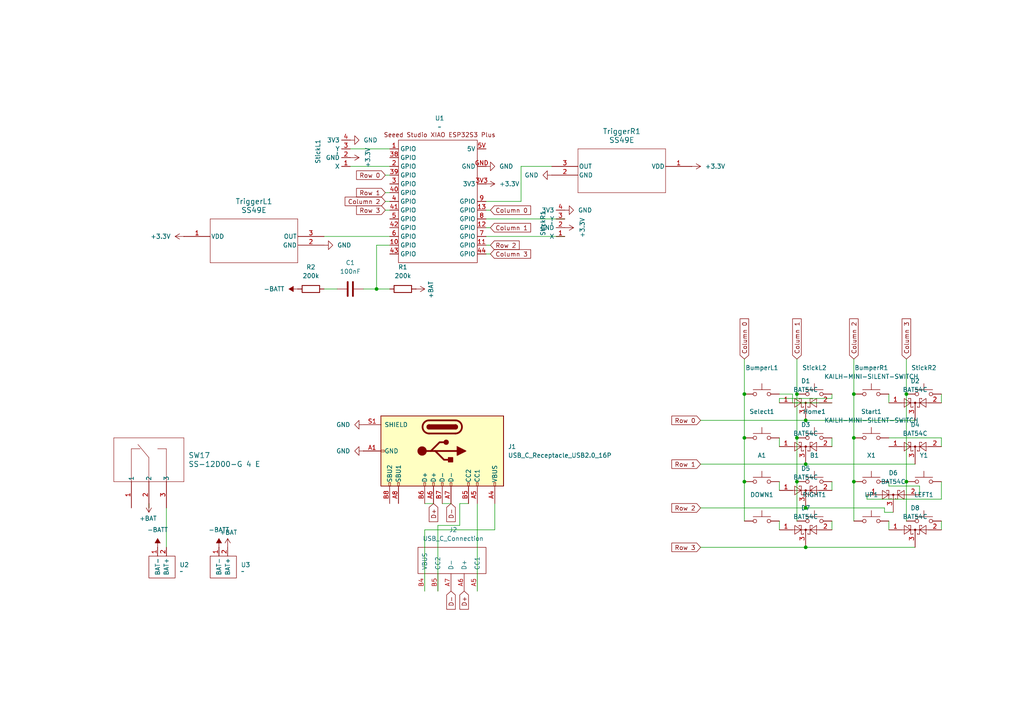
<source format=kicad_sch>
(kicad_sch
	(version 20250114)
	(generator "eeschema")
	(generator_version "9.0")
	(uuid "fc840a9c-b1ba-43df-b29f-5e3875a3bf9d")
	(paper "A4")
	(lib_symbols
		(symbol "CC-Library:Battery_connection"
			(exclude_from_sim no)
			(in_bom yes)
			(on_board yes)
			(property "Reference" "U"
				(at 0 6.35 0)
				(effects
					(font
						(size 1.27 1.27)
					)
				)
			)
			(property "Value" ""
				(at 0 0 0)
				(effects
					(font
						(size 1.27 1.27)
					)
				)
			)
			(property "Footprint" "CC-Library:Battery_connection"
				(at 0 4.318 0)
				(effects
					(font
						(size 1.27 1.27)
					)
					(hide yes)
				)
			)
			(property "Datasheet" ""
				(at 0 0 0)
				(effects
					(font
						(size 1.27 1.27)
					)
					(hide yes)
				)
			)
			(property "Description" ""
				(at 0 0 0)
				(effects
					(font
						(size 1.27 1.27)
					)
					(hide yes)
				)
			)
			(symbol "Battery_connection_0_1"
				(rectangle
					(start -3.81 -3.81)
					(end 3.81 -10.16)
					(stroke
						(width 0)
						(type default)
					)
					(fill
						(type none)
					)
				)
			)
			(symbol "Battery_connection_1_1"
				(pin output line
					(at -1.27 -1.27 270)
					(length 2.54)
					(name "BAT-"
						(effects
							(font
								(size 1.27 1.27)
							)
						)
					)
					(number "1"
						(effects
							(font
								(size 1.27 1.27)
							)
						)
					)
				)
				(pin output line
					(at 1.27 -1.27 270)
					(length 2.54)
					(name "BAT+"
						(effects
							(font
								(size 1.27 1.27)
							)
						)
					)
					(number "2"
						(effects
							(font
								(size 1.27 1.27)
							)
						)
					)
				)
			)
			(embedded_fonts no)
		)
		(symbol "CC-Library:KAILH-MINI-SILENT-SWITCH"
			(pin_numbers
				(hide yes)
			)
			(pin_names
				(offset 1.016)
				(hide yes)
			)
			(exclude_from_sim no)
			(in_bom yes)
			(on_board yes)
			(property "Reference" "SW"
				(at 1.27 2.54 0)
				(effects
					(font
						(size 1.27 1.27)
					)
					(justify left)
				)
			)
			(property "Value" "KAILH-MINI-SILENT-SWITCH"
				(at 0 -1.524 0)
				(effects
					(font
						(size 1.27 1.27)
					)
				)
			)
			(property "Footprint" "CC-Library:KAILH-MINI-SILENT-SWITCH"
				(at 0.254 -4.318 0)
				(effects
					(font
						(size 1.27 1.27)
					)
					(hide yes)
				)
			)
			(property "Datasheet" "~"
				(at 0 5.08 0)
				(effects
					(font
						(size 1.27 1.27)
					)
					(hide yes)
				)
			)
			(property "Description" "Push button switch, generic, two pins"
				(at 0.254 6.096 0)
				(effects
					(font
						(size 1.27 1.27)
					)
					(hide yes)
				)
			)
			(property "ki_keywords" "switch normally-open pushbutton push-button"
				(at 0 0 0)
				(effects
					(font
						(size 1.27 1.27)
					)
					(hide yes)
				)
			)
			(symbol "KAILH-MINI-SILENT-SWITCH_0_1"
				(circle
					(center -2.032 0)
					(radius 0.508)
					(stroke
						(width 0)
						(type default)
					)
					(fill
						(type none)
					)
				)
				(polyline
					(pts
						(xy 0 1.27) (xy 0 3.048)
					)
					(stroke
						(width 0)
						(type default)
					)
					(fill
						(type none)
					)
				)
				(circle
					(center 2.032 0)
					(radius 0.508)
					(stroke
						(width 0)
						(type default)
					)
					(fill
						(type none)
					)
				)
				(polyline
					(pts
						(xy 2.54 1.27) (xy -2.54 1.27)
					)
					(stroke
						(width 0)
						(type default)
					)
					(fill
						(type none)
					)
				)
			)
			(symbol "KAILH-MINI-SILENT-SWITCH_1_1"
				(pin passive line
					(at -5.08 0 0)
					(length 2.54)
					(name "1"
						(effects
							(font
								(size 1.27 1.27)
							)
						)
					)
					(number "1"
						(effects
							(font
								(size 1.27 1.27)
							)
						)
					)
				)
				(pin passive line
					(at 5.08 0 180)
					(length 2.54)
					(name "2"
						(effects
							(font
								(size 1.27 1.27)
							)
						)
					)
					(number "2"
						(effects
							(font
								(size 1.27 1.27)
							)
						)
					)
				)
			)
			(embedded_fonts no)
		)
		(symbol "CC-Library:SM-3ds-stick"
			(exclude_from_sim no)
			(in_bom yes)
			(on_board yes)
			(property "Reference" "S"
				(at 0 9.652 0)
				(effects
					(font
						(size 1.27 1.27)
					)
				)
			)
			(property "Value" ""
				(at 0 0 0)
				(effects
					(font
						(size 1.27 1.27)
					)
				)
			)
			(property "Footprint" "Connector_FFC-FPC:Amphenol_F32Q-1A7x1-11004_1x04-1MP_P0.5mm_Horizontal"
				(at 0 -8.382 0)
				(effects
					(font
						(size 1.27 1.27)
					)
					(hide yes)
				)
			)
			(property "Datasheet" ""
				(at 0 0 0)
				(effects
					(font
						(size 1.27 1.27)
					)
					(hide yes)
				)
			)
			(property "Description" ""
				(at 0 0 0)
				(effects
					(font
						(size 1.27 1.27)
					)
					(hide yes)
				)
			)
			(symbol "SM-3ds-stick_1_1"
				(pin output line
					(at -3.81 0 90)
					(length 2.54)
					(name "X"
						(effects
							(font
								(size 1.27 1.27)
							)
						)
					)
					(number "1"
						(effects
							(font
								(size 1.27 1.27)
							)
						)
					)
				)
				(pin output line
					(at -1.27 0 90)
					(length 2.54)
					(name "GND"
						(effects
							(font
								(size 1.27 1.27)
							)
						)
					)
					(number "2"
						(effects
							(font
								(size 1.27 1.27)
							)
						)
					)
				)
				(pin output line
					(at 1.27 0 90)
					(length 2.54)
					(name "Y"
						(effects
							(font
								(size 1.27 1.27)
							)
						)
					)
					(number "3"
						(effects
							(font
								(size 1.27 1.27)
							)
						)
					)
				)
				(pin output line
					(at 3.81 0 90)
					(length 2.54)
					(name "3V3"
						(effects
							(font
								(size 1.27 1.27)
							)
						)
					)
					(number "4"
						(effects
							(font
								(size 1.27 1.27)
							)
						)
					)
				)
			)
			(embedded_fonts no)
		)
		(symbol "CC-Library:SS-12D00-G_4_E"
			(pin_names
				(offset 0.254)
			)
			(exclude_from_sim no)
			(in_bom yes)
			(on_board yes)
			(property "Reference" "SW"
				(at 15.24 12.7 0)
				(effects
					(font
						(size 1.524 1.524)
					)
				)
			)
			(property "Value" "SS-12D00-G 4 E"
				(at 40.64 7.62 0)
				(effects
					(font
						(size 1.524 1.524)
					)
				)
			)
			(property "Footprint" "1P2T_SS-12D00_CNK"
				(at 0 5.08 0)
				(effects
					(font
						(size 1.27 1.27)
						(italic yes)
					)
					(hide yes)
				)
			)
			(property "Datasheet" "SS-12D00-G 4 E"
				(at 0.254 7.366 0)
				(effects
					(font
						(size 1.27 1.27)
						(italic yes)
					)
					(hide yes)
				)
			)
			(property "Description" ""
				(at 0 0 0)
				(effects
					(font
						(size 1.27 1.27)
					)
					(hide yes)
				)
			)
			(property "ki_locked" ""
				(at 0 0 0)
				(effects
					(font
						(size 1.27 1.27)
					)
				)
			)
			(property "ki_keywords" "SS-12D00-G 4 E"
				(at 0 0 0)
				(effects
					(font
						(size 1.27 1.27)
					)
					(hide yes)
				)
			)
			(property "ki_fp_filters" "1P2T_SS-12D00_CNK"
				(at 0 0 0)
				(effects
					(font
						(size 1.27 1.27)
					)
					(hide yes)
				)
			)
			(symbol "SS-12D00-G_4_E_0_1"
				(polyline
					(pts
						(xy 7.62 5.08) (xy 7.62 -15.24)
					)
					(stroke
						(width 0.127)
						(type default)
					)
					(fill
						(type none)
					)
				)
				(polyline
					(pts
						(xy 7.62 0) (xy 17.145 0)
					)
					(stroke
						(width 0.127)
						(type default)
					)
					(fill
						(type none)
					)
				)
				(polyline
					(pts
						(xy 7.62 -5.08) (xy 14.605 -5.08)
					)
					(stroke
						(width 0.127)
						(type default)
					)
					(fill
						(type none)
					)
				)
				(polyline
					(pts
						(xy 7.62 -10.16) (xy 17.145 -10.16)
					)
					(stroke
						(width 0.127)
						(type default)
					)
					(fill
						(type none)
					)
				)
				(polyline
					(pts
						(xy 7.62 -15.24) (xy 20.32 -15.24)
					)
					(stroke
						(width 0.127)
						(type default)
					)
					(fill
						(type none)
					)
				)
				(polyline
					(pts
						(xy 14.605 -5.08) (xy 18.415 -1.905)
					)
					(stroke
						(width 0.127)
						(type default)
					)
					(fill
						(type none)
					)
				)
				(polyline
					(pts
						(xy 17.145 -2.54) (xy 17.145 0)
					)
					(stroke
						(width 0.127)
						(type default)
					)
					(fill
						(type none)
					)
				)
				(polyline
					(pts
						(xy 17.145 -7.62) (xy 17.145 -10.16)
					)
					(stroke
						(width 0.127)
						(type default)
					)
					(fill
						(type none)
					)
				)
				(polyline
					(pts
						(xy 20.32 5.08) (xy 7.62 5.08)
					)
					(stroke
						(width 0.127)
						(type default)
					)
					(fill
						(type none)
					)
				)
				(polyline
					(pts
						(xy 20.32 -15.24) (xy 20.32 5.08)
					)
					(stroke
						(width 0.127)
						(type default)
					)
					(fill
						(type none)
					)
				)
				(pin unspecified line
					(at 0 0 0)
					(length 7.62)
					(name "1"
						(effects
							(font
								(size 1.27 1.27)
							)
						)
					)
					(number "1"
						(effects
							(font
								(size 1.27 1.27)
							)
						)
					)
				)
				(pin unspecified line
					(at 0 -5.08 0)
					(length 7.62)
					(name "2"
						(effects
							(font
								(size 1.27 1.27)
							)
						)
					)
					(number "2"
						(effects
							(font
								(size 1.27 1.27)
							)
						)
					)
				)
				(pin unspecified line
					(at 0 -10.16 0)
					(length 7.62)
					(name "3"
						(effects
							(font
								(size 1.27 1.27)
							)
						)
					)
					(number "3"
						(effects
							(font
								(size 1.27 1.27)
							)
						)
					)
				)
			)
			(embedded_fonts no)
		)
		(symbol "CC-Library:Seeed_Studio_XIAO_ESP32S3_Plus"
			(exclude_from_sim no)
			(in_bom yes)
			(on_board yes)
			(property "Reference" "U"
				(at 0 3.556 0)
				(effects
					(font
						(size 1.27 1.27)
					)
				)
			)
			(property "Value" ""
				(at 0 0 0)
				(effects
					(font
						(size 1.27 1.27)
					)
				)
			)
			(property "Footprint" "CC-Library:MOUDLE23P-SMD-2.54-21X17.8MM.kicad_mod.kicad_sym"
				(at 1.016 -37.084 0)
				(effects
					(font
						(size 1.27 1.27)
					)
					(hide yes)
				)
			)
			(property "Datasheet" ""
				(at 0 0 0)
				(effects
					(font
						(size 1.27 1.27)
					)
					(hide yes)
				)
			)
			(property "Description" ""
				(at 0 0 0)
				(effects
					(font
						(size 1.27 1.27)
					)
					(hide yes)
				)
			)
			(symbol "Seeed_Studio_XIAO_ESP32S3_Plus_0_1"
				(rectangle
					(start -11.43 0)
					(end 11.43 -35.56)
					(stroke
						(width 0)
						(type default)
					)
					(fill
						(type none)
					)
				)
			)
			(symbol "Seeed_Studio_XIAO_ESP32S3_Plus_1_1"
				(text "Seeed Studio XIAO ESP32S3 Plus"
					(at 0.508 1.524 0)
					(effects
						(font
							(size 1.27 1.27)
						)
					)
				)
				(pin input line
					(at -13.97 -2.54 0)
					(length 2.54)
					(name "GPIO"
						(effects
							(font
								(size 1.27 1.27)
							)
						)
					)
					(number "1"
						(effects
							(font
								(size 1.27 1.27)
							)
						)
					)
				)
				(pin input line
					(at -13.97 -5.08 0)
					(length 2.54)
					(name "GPIO"
						(effects
							(font
								(size 1.27 1.27)
							)
						)
					)
					(number "38"
						(effects
							(font
								(size 1.27 1.27)
							)
						)
					)
				)
				(pin input line
					(at -13.97 -7.62 0)
					(length 2.54)
					(name "GPIO"
						(effects
							(font
								(size 1.27 1.27)
							)
						)
					)
					(number "2"
						(effects
							(font
								(size 1.27 1.27)
							)
						)
					)
				)
				(pin input line
					(at -13.97 -10.16 0)
					(length 2.54)
					(name "GPIO"
						(effects
							(font
								(size 1.27 1.27)
							)
						)
					)
					(number "39"
						(effects
							(font
								(size 1.27 1.27)
							)
						)
					)
				)
				(pin input line
					(at -13.97 -12.7 0)
					(length 2.54)
					(name "GPIO"
						(effects
							(font
								(size 1.27 1.27)
							)
						)
					)
					(number "3"
						(effects
							(font
								(size 1.27 1.27)
							)
						)
					)
				)
				(pin input line
					(at -13.97 -15.24 0)
					(length 2.54)
					(name "GPIO"
						(effects
							(font
								(size 1.27 1.27)
							)
						)
					)
					(number "40"
						(effects
							(font
								(size 1.27 1.27)
							)
						)
					)
				)
				(pin input line
					(at -13.97 -17.78 0)
					(length 2.54)
					(name "GPIO"
						(effects
							(font
								(size 1.27 1.27)
							)
						)
					)
					(number "4"
						(effects
							(font
								(size 1.27 1.27)
							)
						)
					)
				)
				(pin input line
					(at -13.97 -20.32 0)
					(length 2.54)
					(name "GPIO"
						(effects
							(font
								(size 1.27 1.27)
							)
						)
					)
					(number "41"
						(effects
							(font
								(size 1.27 1.27)
							)
						)
					)
				)
				(pin input line
					(at -13.97 -22.86 0)
					(length 2.54)
					(name "GPIO"
						(effects
							(font
								(size 1.27 1.27)
							)
						)
					)
					(number "5"
						(effects
							(font
								(size 1.27 1.27)
							)
						)
					)
				)
				(pin input line
					(at -13.97 -25.4 0)
					(length 2.54)
					(name "GPIO"
						(effects
							(font
								(size 1.27 1.27)
							)
						)
					)
					(number "42"
						(effects
							(font
								(size 1.27 1.27)
							)
						)
					)
				)
				(pin input line
					(at -13.97 -27.94 0)
					(length 2.54)
					(name "GPIO"
						(effects
							(font
								(size 1.27 1.27)
							)
						)
					)
					(number "6"
						(effects
							(font
								(size 1.27 1.27)
							)
						)
					)
				)
				(pin input line
					(at -13.97 -30.48 0)
					(length 2.54)
					(name "GPIO"
						(effects
							(font
								(size 1.27 1.27)
							)
						)
					)
					(number "10"
						(effects
							(font
								(size 1.27 1.27)
							)
						)
					)
				)
				(pin input line
					(at -13.97 -33.02 0)
					(length 2.54)
					(name "GPIO"
						(effects
							(font
								(size 1.27 1.27)
							)
						)
					)
					(number "43"
						(effects
							(font
								(size 1.27 1.27)
							)
						)
					)
				)
				(pin input line
					(at 13.97 -2.54 180)
					(length 2.54)
					(name "5V"
						(effects
							(font
								(size 1.27 1.27)
							)
						)
					)
					(number "5V"
						(effects
							(font
								(size 1.27 1.27)
							)
						)
					)
				)
				(pin input line
					(at 13.97 -7.62 180)
					(length 2.54)
					(name "GND"
						(effects
							(font
								(size 1.27 1.27)
							)
						)
					)
					(number "GND"
						(effects
							(font
								(size 1.27 1.27)
							)
						)
					)
				)
				(pin output line
					(at 13.97 -12.7 180)
					(length 2.54)
					(name "3V3"
						(effects
							(font
								(size 1.27 1.27)
							)
						)
					)
					(number "3V3"
						(effects
							(font
								(size 1.27 1.27)
							)
						)
					)
				)
				(pin input line
					(at 13.97 -17.78 180)
					(length 2.54)
					(name "GPIO"
						(effects
							(font
								(size 1.27 1.27)
							)
						)
					)
					(number "9"
						(effects
							(font
								(size 1.27 1.27)
							)
						)
					)
				)
				(pin input line
					(at 13.97 -20.32 180)
					(length 2.54)
					(name "GPIO"
						(effects
							(font
								(size 1.27 1.27)
							)
						)
					)
					(number "13"
						(effects
							(font
								(size 1.27 1.27)
							)
						)
					)
				)
				(pin input line
					(at 13.97 -22.86 180)
					(length 2.54)
					(name "GPIO"
						(effects
							(font
								(size 1.27 1.27)
							)
						)
					)
					(number "8"
						(effects
							(font
								(size 1.27 1.27)
							)
						)
					)
				)
				(pin input line
					(at 13.97 -25.4 180)
					(length 2.54)
					(name "GPIO"
						(effects
							(font
								(size 1.27 1.27)
							)
						)
					)
					(number "12"
						(effects
							(font
								(size 1.27 1.27)
							)
						)
					)
				)
				(pin input line
					(at 13.97 -27.94 180)
					(length 2.54)
					(name "GPIO"
						(effects
							(font
								(size 1.27 1.27)
							)
						)
					)
					(number "7"
						(effects
							(font
								(size 1.27 1.27)
							)
						)
					)
				)
				(pin input line
					(at 13.97 -30.48 180)
					(length 2.54)
					(name "GPIO"
						(effects
							(font
								(size 1.27 1.27)
							)
						)
					)
					(number "11"
						(effects
							(font
								(size 1.27 1.27)
							)
						)
					)
				)
				(pin input line
					(at 13.97 -33.02 180)
					(length 2.54)
					(name "GPIO"
						(effects
							(font
								(size 1.27 1.27)
							)
						)
					)
					(number "44"
						(effects
							(font
								(size 1.27 1.27)
							)
						)
					)
				)
			)
			(embedded_fonts no)
		)
		(symbol "CC-Library:USB_C_Connection"
			(pin_names
				(offset 1.016)
			)
			(exclude_from_sim no)
			(in_bom yes)
			(on_board yes)
			(property "Reference" "J"
				(at 0 6.096 0)
				(effects
					(font
						(size 1.27 1.27)
					)
				)
			)
			(property "Value" "USB_C_Connection"
				(at 0 4.318 0)
				(effects
					(font
						(size 1.27 1.27)
					)
				)
			)
			(property "Footprint" "CC-Library:USB_C_Connection"
				(at 0.254 2.286 0)
				(effects
					(font
						(size 1.27 1.27)
					)
					(hide yes)
				)
			)
			(property "Datasheet" ""
				(at 3.81 0 0)
				(effects
					(font
						(size 1.27 1.27)
					)
					(hide yes)
				)
			)
			(property "Description" ""
				(at -41.91 15.494 0)
				(effects
					(font
						(size 1.27 1.27)
					)
					(hide yes)
				)
			)
			(property "ki_keywords" "usb universal serial bus type-C USB2.0"
				(at 0 0 0)
				(effects
					(font
						(size 1.27 1.27)
					)
					(hide yes)
				)
			)
			(property "ki_fp_filters" "USB*C*Receptacle*"
				(at 0 0 0)
				(effects
					(font
						(size 1.27 1.27)
					)
					(hide yes)
				)
			)
			(symbol "USB_C_Connection_0_1"
				(rectangle
					(start -9.5824 0)
					(end 10.16 -7.62)
					(stroke
						(width 0)
						(type default)
					)
					(fill
						(type none)
					)
				)
			)
			(symbol "USB_C_Connection_1_1"
				(pin passive line
					(at -7.62 -12.7 90)
					(length 5.08)
					(name "VBUS"
						(effects
							(font
								(size 1.27 1.27)
							)
						)
					)
					(number "B4"
						(effects
							(font
								(size 1.27 1.27)
							)
						)
					)
				)
				(pin bidirectional line
					(at -3.81 -12.7 90)
					(length 5.08)
					(name "CC2"
						(effects
							(font
								(size 1.27 1.27)
							)
						)
					)
					(number "B5"
						(effects
							(font
								(size 1.27 1.27)
							)
						)
					)
				)
				(pin bidirectional line
					(at 0 -12.7 90)
					(length 5.08)
					(name "D-"
						(effects
							(font
								(size 1.27 1.27)
							)
						)
					)
					(number "A7"
						(effects
							(font
								(size 1.27 1.27)
							)
						)
					)
				)
				(pin bidirectional line
					(at 3.81 -12.7 90)
					(length 5.08)
					(name "D+"
						(effects
							(font
								(size 1.27 1.27)
							)
						)
					)
					(number "A6"
						(effects
							(font
								(size 1.27 1.27)
							)
						)
					)
				)
				(pin bidirectional line
					(at 7.62 -12.7 90)
					(length 5.08)
					(name "CC1"
						(effects
							(font
								(size 1.27 1.27)
							)
						)
					)
					(number "A5"
						(effects
							(font
								(size 1.27 1.27)
							)
						)
					)
				)
			)
			(embedded_fonts no)
		)
		(symbol "Connector:USB_C_Receptacle_USB2.0_16P"
			(pin_names
				(offset 1.016)
			)
			(exclude_from_sim no)
			(in_bom yes)
			(on_board yes)
			(property "Reference" "J"
				(at 0 22.225 0)
				(effects
					(font
						(size 1.27 1.27)
					)
				)
			)
			(property "Value" "USB_C_Receptacle_USB2.0_16P"
				(at 0 19.685 0)
				(effects
					(font
						(size 1.27 1.27)
					)
				)
			)
			(property "Footprint" ""
				(at 3.81 0 0)
				(effects
					(font
						(size 1.27 1.27)
					)
					(hide yes)
				)
			)
			(property "Datasheet" "https://www.usb.org/sites/default/files/documents/usb_type-c.zip"
				(at 3.81 0 0)
				(effects
					(font
						(size 1.27 1.27)
					)
					(hide yes)
				)
			)
			(property "Description" "USB 2.0-only 16P Type-C Receptacle connector"
				(at 0 0 0)
				(effects
					(font
						(size 1.27 1.27)
					)
					(hide yes)
				)
			)
			(property "ki_keywords" "usb universal serial bus type-C USB2.0"
				(at 0 0 0)
				(effects
					(font
						(size 1.27 1.27)
					)
					(hide yes)
				)
			)
			(property "ki_fp_filters" "USB*C*Receptacle*"
				(at 0 0 0)
				(effects
					(font
						(size 1.27 1.27)
					)
					(hide yes)
				)
			)
			(symbol "USB_C_Receptacle_USB2.0_16P_0_0"
				(rectangle
					(start -0.254 -17.78)
					(end 0.254 -16.764)
					(stroke
						(width 0)
						(type default)
					)
					(fill
						(type none)
					)
				)
				(rectangle
					(start 10.16 15.494)
					(end 9.144 14.986)
					(stroke
						(width 0)
						(type default)
					)
					(fill
						(type none)
					)
				)
				(rectangle
					(start 10.16 10.414)
					(end 9.144 9.906)
					(stroke
						(width 0)
						(type default)
					)
					(fill
						(type none)
					)
				)
				(rectangle
					(start 10.16 7.874)
					(end 9.144 7.366)
					(stroke
						(width 0)
						(type default)
					)
					(fill
						(type none)
					)
				)
				(rectangle
					(start 10.16 2.794)
					(end 9.144 2.286)
					(stroke
						(width 0)
						(type default)
					)
					(fill
						(type none)
					)
				)
				(rectangle
					(start 10.16 0.254)
					(end 9.144 -0.254)
					(stroke
						(width 0)
						(type default)
					)
					(fill
						(type none)
					)
				)
				(rectangle
					(start 10.16 -2.286)
					(end 9.144 -2.794)
					(stroke
						(width 0)
						(type default)
					)
					(fill
						(type none)
					)
				)
				(rectangle
					(start 10.16 -4.826)
					(end 9.144 -5.334)
					(stroke
						(width 0)
						(type default)
					)
					(fill
						(type none)
					)
				)
				(rectangle
					(start 10.16 -12.446)
					(end 9.144 -12.954)
					(stroke
						(width 0)
						(type default)
					)
					(fill
						(type none)
					)
				)
				(rectangle
					(start 10.16 -14.986)
					(end 9.144 -15.494)
					(stroke
						(width 0)
						(type default)
					)
					(fill
						(type none)
					)
				)
			)
			(symbol "USB_C_Receptacle_USB2.0_16P_0_1"
				(rectangle
					(start -10.16 17.78)
					(end 10.16 -17.78)
					(stroke
						(width 0.254)
						(type default)
					)
					(fill
						(type background)
					)
				)
				(polyline
					(pts
						(xy -8.89 -3.81) (xy -8.89 3.81)
					)
					(stroke
						(width 0.508)
						(type default)
					)
					(fill
						(type none)
					)
				)
				(rectangle
					(start -7.62 -3.81)
					(end -6.35 3.81)
					(stroke
						(width 0.254)
						(type default)
					)
					(fill
						(type outline)
					)
				)
				(arc
					(start -7.62 3.81)
					(mid -6.985 4.4423)
					(end -6.35 3.81)
					(stroke
						(width 0.254)
						(type default)
					)
					(fill
						(type none)
					)
				)
				(arc
					(start -7.62 3.81)
					(mid -6.985 4.4423)
					(end -6.35 3.81)
					(stroke
						(width 0.254)
						(type default)
					)
					(fill
						(type outline)
					)
				)
				(arc
					(start -8.89 3.81)
					(mid -6.985 5.7067)
					(end -5.08 3.81)
					(stroke
						(width 0.508)
						(type default)
					)
					(fill
						(type none)
					)
				)
				(arc
					(start -5.08 -3.81)
					(mid -6.985 -5.7067)
					(end -8.89 -3.81)
					(stroke
						(width 0.508)
						(type default)
					)
					(fill
						(type none)
					)
				)
				(arc
					(start -6.35 -3.81)
					(mid -6.985 -4.4423)
					(end -7.62 -3.81)
					(stroke
						(width 0.254)
						(type default)
					)
					(fill
						(type none)
					)
				)
				(arc
					(start -6.35 -3.81)
					(mid -6.985 -4.4423)
					(end -7.62 -3.81)
					(stroke
						(width 0.254)
						(type default)
					)
					(fill
						(type outline)
					)
				)
				(polyline
					(pts
						(xy -5.08 3.81) (xy -5.08 -3.81)
					)
					(stroke
						(width 0.508)
						(type default)
					)
					(fill
						(type none)
					)
				)
				(circle
					(center -2.54 1.143)
					(radius 0.635)
					(stroke
						(width 0.254)
						(type default)
					)
					(fill
						(type outline)
					)
				)
				(polyline
					(pts
						(xy -1.27 4.318) (xy 0 6.858) (xy 1.27 4.318) (xy -1.27 4.318)
					)
					(stroke
						(width 0.254)
						(type default)
					)
					(fill
						(type outline)
					)
				)
				(polyline
					(pts
						(xy 0 -2.032) (xy 2.54 0.508) (xy 2.54 1.778)
					)
					(stroke
						(width 0.508)
						(type default)
					)
					(fill
						(type none)
					)
				)
				(polyline
					(pts
						(xy 0 -3.302) (xy -2.54 -0.762) (xy -2.54 0.508)
					)
					(stroke
						(width 0.508)
						(type default)
					)
					(fill
						(type none)
					)
				)
				(polyline
					(pts
						(xy 0 -5.842) (xy 0 4.318)
					)
					(stroke
						(width 0.508)
						(type default)
					)
					(fill
						(type none)
					)
				)
				(circle
					(center 0 -5.842)
					(radius 1.27)
					(stroke
						(width 0)
						(type default)
					)
					(fill
						(type outline)
					)
				)
				(rectangle
					(start 1.905 1.778)
					(end 3.175 3.048)
					(stroke
						(width 0.254)
						(type default)
					)
					(fill
						(type outline)
					)
				)
			)
			(symbol "USB_C_Receptacle_USB2.0_16P_1_1"
				(pin passive line
					(at -7.62 -22.86 90)
					(length 5.08)
					(name "SHIELD"
						(effects
							(font
								(size 1.27 1.27)
							)
						)
					)
					(number "S1"
						(effects
							(font
								(size 1.27 1.27)
							)
						)
					)
				)
				(pin passive line
					(at 0 -22.86 90)
					(length 5.08)
					(name "GND"
						(effects
							(font
								(size 1.27 1.27)
							)
						)
					)
					(number "A1"
						(effects
							(font
								(size 1.27 1.27)
							)
						)
					)
				)
				(pin passive line
					(at 0 -22.86 90)
					(length 5.08)
					(hide yes)
					(name "GND"
						(effects
							(font
								(size 1.27 1.27)
							)
						)
					)
					(number "A12"
						(effects
							(font
								(size 1.27 1.27)
							)
						)
					)
				)
				(pin passive line
					(at 0 -22.86 90)
					(length 5.08)
					(hide yes)
					(name "GND"
						(effects
							(font
								(size 1.27 1.27)
							)
						)
					)
					(number "B1"
						(effects
							(font
								(size 1.27 1.27)
							)
						)
					)
				)
				(pin passive line
					(at 0 -22.86 90)
					(length 5.08)
					(hide yes)
					(name "GND"
						(effects
							(font
								(size 1.27 1.27)
							)
						)
					)
					(number "B12"
						(effects
							(font
								(size 1.27 1.27)
							)
						)
					)
				)
				(pin passive line
					(at 15.24 15.24 180)
					(length 5.08)
					(name "VBUS"
						(effects
							(font
								(size 1.27 1.27)
							)
						)
					)
					(number "A4"
						(effects
							(font
								(size 1.27 1.27)
							)
						)
					)
				)
				(pin passive line
					(at 15.24 15.24 180)
					(length 5.08)
					(hide yes)
					(name "VBUS"
						(effects
							(font
								(size 1.27 1.27)
							)
						)
					)
					(number "A9"
						(effects
							(font
								(size 1.27 1.27)
							)
						)
					)
				)
				(pin passive line
					(at 15.24 15.24 180)
					(length 5.08)
					(hide yes)
					(name "VBUS"
						(effects
							(font
								(size 1.27 1.27)
							)
						)
					)
					(number "B4"
						(effects
							(font
								(size 1.27 1.27)
							)
						)
					)
				)
				(pin passive line
					(at 15.24 15.24 180)
					(length 5.08)
					(hide yes)
					(name "VBUS"
						(effects
							(font
								(size 1.27 1.27)
							)
						)
					)
					(number "B9"
						(effects
							(font
								(size 1.27 1.27)
							)
						)
					)
				)
				(pin bidirectional line
					(at 15.24 10.16 180)
					(length 5.08)
					(name "CC1"
						(effects
							(font
								(size 1.27 1.27)
							)
						)
					)
					(number "A5"
						(effects
							(font
								(size 1.27 1.27)
							)
						)
					)
				)
				(pin bidirectional line
					(at 15.24 7.62 180)
					(length 5.08)
					(name "CC2"
						(effects
							(font
								(size 1.27 1.27)
							)
						)
					)
					(number "B5"
						(effects
							(font
								(size 1.27 1.27)
							)
						)
					)
				)
				(pin bidirectional line
					(at 15.24 2.54 180)
					(length 5.08)
					(name "D-"
						(effects
							(font
								(size 1.27 1.27)
							)
						)
					)
					(number "A7"
						(effects
							(font
								(size 1.27 1.27)
							)
						)
					)
				)
				(pin bidirectional line
					(at 15.24 0 180)
					(length 5.08)
					(name "D-"
						(effects
							(font
								(size 1.27 1.27)
							)
						)
					)
					(number "B7"
						(effects
							(font
								(size 1.27 1.27)
							)
						)
					)
				)
				(pin bidirectional line
					(at 15.24 -2.54 180)
					(length 5.08)
					(name "D+"
						(effects
							(font
								(size 1.27 1.27)
							)
						)
					)
					(number "A6"
						(effects
							(font
								(size 1.27 1.27)
							)
						)
					)
				)
				(pin bidirectional line
					(at 15.24 -5.08 180)
					(length 5.08)
					(name "D+"
						(effects
							(font
								(size 1.27 1.27)
							)
						)
					)
					(number "B6"
						(effects
							(font
								(size 1.27 1.27)
							)
						)
					)
				)
				(pin bidirectional line
					(at 15.24 -12.7 180)
					(length 5.08)
					(name "SBU1"
						(effects
							(font
								(size 1.27 1.27)
							)
						)
					)
					(number "A8"
						(effects
							(font
								(size 1.27 1.27)
							)
						)
					)
				)
				(pin bidirectional line
					(at 15.24 -15.24 180)
					(length 5.08)
					(name "SBU2"
						(effects
							(font
								(size 1.27 1.27)
							)
						)
					)
					(number "B8"
						(effects
							(font
								(size 1.27 1.27)
							)
						)
					)
				)
			)
			(embedded_fonts no)
		)
		(symbol "Device:C"
			(pin_numbers
				(hide yes)
			)
			(pin_names
				(offset 0.254)
			)
			(exclude_from_sim no)
			(in_bom yes)
			(on_board yes)
			(property "Reference" "C"
				(at 0.635 2.54 0)
				(effects
					(font
						(size 1.27 1.27)
					)
					(justify left)
				)
			)
			(property "Value" "C"
				(at 0.635 -2.54 0)
				(effects
					(font
						(size 1.27 1.27)
					)
					(justify left)
				)
			)
			(property "Footprint" ""
				(at 0.9652 -3.81 0)
				(effects
					(font
						(size 1.27 1.27)
					)
					(hide yes)
				)
			)
			(property "Datasheet" "~"
				(at 0 0 0)
				(effects
					(font
						(size 1.27 1.27)
					)
					(hide yes)
				)
			)
			(property "Description" "Unpolarized capacitor"
				(at 0 0 0)
				(effects
					(font
						(size 1.27 1.27)
					)
					(hide yes)
				)
			)
			(property "ki_keywords" "cap capacitor"
				(at 0 0 0)
				(effects
					(font
						(size 1.27 1.27)
					)
					(hide yes)
				)
			)
			(property "ki_fp_filters" "C_*"
				(at 0 0 0)
				(effects
					(font
						(size 1.27 1.27)
					)
					(hide yes)
				)
			)
			(symbol "C_0_1"
				(polyline
					(pts
						(xy -2.032 0.762) (xy 2.032 0.762)
					)
					(stroke
						(width 0.508)
						(type default)
					)
					(fill
						(type none)
					)
				)
				(polyline
					(pts
						(xy -2.032 -0.762) (xy 2.032 -0.762)
					)
					(stroke
						(width 0.508)
						(type default)
					)
					(fill
						(type none)
					)
				)
			)
			(symbol "C_1_1"
				(pin passive line
					(at 0 3.81 270)
					(length 2.794)
					(name "~"
						(effects
							(font
								(size 1.27 1.27)
							)
						)
					)
					(number "1"
						(effects
							(font
								(size 1.27 1.27)
							)
						)
					)
				)
				(pin passive line
					(at 0 -3.81 90)
					(length 2.794)
					(name "~"
						(effects
							(font
								(size 1.27 1.27)
							)
						)
					)
					(number "2"
						(effects
							(font
								(size 1.27 1.27)
							)
						)
					)
				)
			)
			(embedded_fonts no)
		)
		(symbol "Device:R"
			(pin_numbers
				(hide yes)
			)
			(pin_names
				(offset 0)
			)
			(exclude_from_sim no)
			(in_bom yes)
			(on_board yes)
			(property "Reference" "R"
				(at 2.032 0 90)
				(effects
					(font
						(size 1.27 1.27)
					)
				)
			)
			(property "Value" "R"
				(at 0 0 90)
				(effects
					(font
						(size 1.27 1.27)
					)
				)
			)
			(property "Footprint" ""
				(at -1.778 0 90)
				(effects
					(font
						(size 1.27 1.27)
					)
					(hide yes)
				)
			)
			(property "Datasheet" "~"
				(at 0 0 0)
				(effects
					(font
						(size 1.27 1.27)
					)
					(hide yes)
				)
			)
			(property "Description" "Resistor"
				(at 0 0 0)
				(effects
					(font
						(size 1.27 1.27)
					)
					(hide yes)
				)
			)
			(property "ki_keywords" "R res resistor"
				(at 0 0 0)
				(effects
					(font
						(size 1.27 1.27)
					)
					(hide yes)
				)
			)
			(property "ki_fp_filters" "R_*"
				(at 0 0 0)
				(effects
					(font
						(size 1.27 1.27)
					)
					(hide yes)
				)
			)
			(symbol "R_0_1"
				(rectangle
					(start -1.016 -2.54)
					(end 1.016 2.54)
					(stroke
						(width 0.254)
						(type default)
					)
					(fill
						(type none)
					)
				)
			)
			(symbol "R_1_1"
				(pin passive line
					(at 0 3.81 270)
					(length 1.27)
					(name "~"
						(effects
							(font
								(size 1.27 1.27)
							)
						)
					)
					(number "1"
						(effects
							(font
								(size 1.27 1.27)
							)
						)
					)
				)
				(pin passive line
					(at 0 -3.81 90)
					(length 1.27)
					(name "~"
						(effects
							(font
								(size 1.27 1.27)
							)
						)
					)
					(number "2"
						(effects
							(font
								(size 1.27 1.27)
							)
						)
					)
				)
			)
			(embedded_fonts no)
		)
		(symbol "Diode:BAT54C"
			(pin_names
				(offset 1.016)
			)
			(exclude_from_sim no)
			(in_bom yes)
			(on_board yes)
			(property "Reference" "D"
				(at 0.635 -3.81 0)
				(effects
					(font
						(size 1.27 1.27)
					)
					(justify left)
				)
			)
			(property "Value" "BAT54C"
				(at -6.35 3.175 0)
				(effects
					(font
						(size 1.27 1.27)
					)
					(justify left)
				)
			)
			(property "Footprint" "Package_TO_SOT_SMD:SOT-23"
				(at 1.905 3.175 0)
				(effects
					(font
						(size 1.27 1.27)
					)
					(justify left)
					(hide yes)
				)
			)
			(property "Datasheet" "http://www.diodes.com/_files/datasheets/ds11005.pdf"
				(at -2.032 0 0)
				(effects
					(font
						(size 1.27 1.27)
					)
					(hide yes)
				)
			)
			(property "Description" "dual schottky barrier diode, common cathode"
				(at 0 0 0)
				(effects
					(font
						(size 1.27 1.27)
					)
					(hide yes)
				)
			)
			(property "ki_keywords" "schottky diode common cathode"
				(at 0 0 0)
				(effects
					(font
						(size 1.27 1.27)
					)
					(hide yes)
				)
			)
			(property "ki_fp_filters" "SOT?23*"
				(at 0 0 0)
				(effects
					(font
						(size 1.27 1.27)
					)
					(hide yes)
				)
			)
			(symbol "BAT54C_0_1"
				(polyline
					(pts
						(xy -3.175 -1.27) (xy -3.175 1.27) (xy -1.27 0) (xy -3.175 -1.27)
					)
					(stroke
						(width 0)
						(type default)
					)
					(fill
						(type none)
					)
				)
				(polyline
					(pts
						(xy -1.905 1.27) (xy -1.905 1.016)
					)
					(stroke
						(width 0)
						(type default)
					)
					(fill
						(type none)
					)
				)
				(polyline
					(pts
						(xy -1.905 0) (xy 1.905 0)
					)
					(stroke
						(width 0)
						(type default)
					)
					(fill
						(type none)
					)
				)
				(polyline
					(pts
						(xy -1.27 1.27) (xy -1.905 1.27)
					)
					(stroke
						(width 0)
						(type default)
					)
					(fill
						(type none)
					)
				)
				(polyline
					(pts
						(xy -1.27 1.27) (xy -1.27 -1.27)
					)
					(stroke
						(width 0)
						(type default)
					)
					(fill
						(type none)
					)
				)
				(polyline
					(pts
						(xy -1.27 0) (xy -3.81 0)
					)
					(stroke
						(width 0)
						(type default)
					)
					(fill
						(type none)
					)
				)
				(polyline
					(pts
						(xy -1.27 -1.27) (xy -0.635 -1.27)
					)
					(stroke
						(width 0)
						(type default)
					)
					(fill
						(type none)
					)
				)
				(polyline
					(pts
						(xy -0.635 -1.27) (xy -0.635 -1.016)
					)
					(stroke
						(width 0)
						(type default)
					)
					(fill
						(type none)
					)
				)
				(circle
					(center 0 0)
					(radius 0.254)
					(stroke
						(width 0)
						(type default)
					)
					(fill
						(type outline)
					)
				)
				(polyline
					(pts
						(xy 0.635 -1.27) (xy 0.635 -1.016)
					)
					(stroke
						(width 0)
						(type default)
					)
					(fill
						(type none)
					)
				)
				(polyline
					(pts
						(xy 1.27 1.27) (xy 1.27 -1.27)
					)
					(stroke
						(width 0)
						(type default)
					)
					(fill
						(type none)
					)
				)
				(polyline
					(pts
						(xy 1.27 1.27) (xy 1.905 1.27)
					)
					(stroke
						(width 0)
						(type default)
					)
					(fill
						(type none)
					)
				)
				(polyline
					(pts
						(xy 1.27 -1.27) (xy 0.635 -1.27)
					)
					(stroke
						(width 0)
						(type default)
					)
					(fill
						(type none)
					)
				)
				(polyline
					(pts
						(xy 1.905 1.27) (xy 1.905 1.016)
					)
					(stroke
						(width 0)
						(type default)
					)
					(fill
						(type none)
					)
				)
				(polyline
					(pts
						(xy 3.175 -1.27) (xy 3.175 1.27) (xy 1.27 0) (xy 3.175 -1.27)
					)
					(stroke
						(width 0)
						(type default)
					)
					(fill
						(type none)
					)
				)
				(polyline
					(pts
						(xy 3.81 0) (xy 1.27 0)
					)
					(stroke
						(width 0)
						(type default)
					)
					(fill
						(type none)
					)
				)
			)
			(symbol "BAT54C_1_1"
				(pin passive line
					(at -7.62 0 0)
					(length 3.81)
					(name "~"
						(effects
							(font
								(size 1.27 1.27)
							)
						)
					)
					(number "1"
						(effects
							(font
								(size 1.27 1.27)
							)
						)
					)
				)
				(pin passive line
					(at 0 -5.08 90)
					(length 5.08)
					(name "~"
						(effects
							(font
								(size 1.27 1.27)
							)
						)
					)
					(number "3"
						(effects
							(font
								(size 1.27 1.27)
							)
						)
					)
				)
				(pin passive line
					(at 7.62 0 180)
					(length 3.81)
					(name "~"
						(effects
							(font
								(size 1.27 1.27)
							)
						)
					)
					(number "2"
						(effects
							(font
								(size 1.27 1.27)
							)
						)
					)
				)
			)
			(embedded_fonts no)
		)
		(symbol "SS49E:SS49E"
			(pin_names
				(offset 0.254)
			)
			(exclude_from_sim no)
			(in_bom yes)
			(on_board yes)
			(property "Reference" "U"
				(at 20.32 10.16 0)
				(effects
					(font
						(size 1.524 1.524)
					)
				)
			)
			(property "Value" "SS49E"
				(at 20.32 7.62 0)
				(effects
					(font
						(size 1.524 1.524)
					)
				)
			)
			(property "Footprint" "SS49E:SEN3_SS49E_HNW"
				(at -0.508 -11.43 0)
				(effects
					(font
						(size 1.27 1.27)
						(italic yes)
					)
					(hide yes)
				)
			)
			(property "Datasheet" "SS49E"
				(at 0 0 0)
				(effects
					(font
						(size 1.27 1.27)
						(italic yes)
					)
					(hide yes)
				)
			)
			(property "Description" ""
				(at 0 0 0)
				(effects
					(font
						(size 1.27 1.27)
					)
					(hide yes)
				)
			)
			(property "ki_keywords" "SS49E"
				(at 0 0 0)
				(effects
					(font
						(size 1.27 1.27)
					)
					(hide yes)
				)
			)
			(property "ki_fp_filters" "SEN3_SS49E_HNW"
				(at 0 0 0)
				(effects
					(font
						(size 1.27 1.27)
					)
					(hide yes)
				)
			)
			(symbol "SS49E_0_1"
				(polyline
					(pts
						(xy 7.62 5.08) (xy 7.62 -7.62)
					)
					(stroke
						(width 0.127)
						(type default)
					)
					(fill
						(type none)
					)
				)
				(polyline
					(pts
						(xy 7.62 -7.62) (xy 33.02 -7.62)
					)
					(stroke
						(width 0.127)
						(type default)
					)
					(fill
						(type none)
					)
				)
				(polyline
					(pts
						(xy 33.02 5.08) (xy 7.62 5.08)
					)
					(stroke
						(width 0.127)
						(type default)
					)
					(fill
						(type none)
					)
				)
				(polyline
					(pts
						(xy 33.02 -7.62) (xy 33.02 5.08)
					)
					(stroke
						(width 0.127)
						(type default)
					)
					(fill
						(type none)
					)
				)
			)
			(symbol "SS49E_1_1"
				(pin input line
					(at 0 0 0)
					(length 7.62)
					(name "VDD"
						(effects
							(font
								(size 1.27 1.27)
							)
						)
					)
					(number "1"
						(effects
							(font
								(size 1.27 1.27)
							)
						)
					)
				)
				(pin output line
					(at 40.64 0 180)
					(length 7.62)
					(name "OUT"
						(effects
							(font
								(size 1.27 1.27)
							)
						)
					)
					(number "3"
						(effects
							(font
								(size 1.27 1.27)
							)
						)
					)
				)
				(pin output line
					(at 40.64 -2.54 180)
					(length 7.62)
					(name "GND"
						(effects
							(font
								(size 1.27 1.27)
							)
						)
					)
					(number "2"
						(effects
							(font
								(size 1.27 1.27)
							)
						)
					)
				)
			)
			(embedded_fonts no)
		)
		(symbol "power:+3.3V"
			(power)
			(pin_numbers
				(hide yes)
			)
			(pin_names
				(offset 0)
				(hide yes)
			)
			(exclude_from_sim no)
			(in_bom yes)
			(on_board yes)
			(property "Reference" "#PWR"
				(at 0 -3.81 0)
				(effects
					(font
						(size 1.27 1.27)
					)
					(hide yes)
				)
			)
			(property "Value" "+3.3V"
				(at 0 3.556 0)
				(effects
					(font
						(size 1.27 1.27)
					)
				)
			)
			(property "Footprint" ""
				(at 0 0 0)
				(effects
					(font
						(size 1.27 1.27)
					)
					(hide yes)
				)
			)
			(property "Datasheet" ""
				(at 0 0 0)
				(effects
					(font
						(size 1.27 1.27)
					)
					(hide yes)
				)
			)
			(property "Description" "Power symbol creates a global label with name \"+3.3V\""
				(at 0 0 0)
				(effects
					(font
						(size 1.27 1.27)
					)
					(hide yes)
				)
			)
			(property "ki_keywords" "global power"
				(at 0 0 0)
				(effects
					(font
						(size 1.27 1.27)
					)
					(hide yes)
				)
			)
			(symbol "+3.3V_0_1"
				(polyline
					(pts
						(xy -0.762 1.27) (xy 0 2.54)
					)
					(stroke
						(width 0)
						(type default)
					)
					(fill
						(type none)
					)
				)
				(polyline
					(pts
						(xy 0 2.54) (xy 0.762 1.27)
					)
					(stroke
						(width 0)
						(type default)
					)
					(fill
						(type none)
					)
				)
				(polyline
					(pts
						(xy 0 0) (xy 0 2.54)
					)
					(stroke
						(width 0)
						(type default)
					)
					(fill
						(type none)
					)
				)
			)
			(symbol "+3.3V_1_1"
				(pin power_in line
					(at 0 0 90)
					(length 0)
					(name "~"
						(effects
							(font
								(size 1.27 1.27)
							)
						)
					)
					(number "1"
						(effects
							(font
								(size 1.27 1.27)
							)
						)
					)
				)
			)
			(embedded_fonts no)
		)
		(symbol "power:+BATT"
			(power)
			(pin_numbers
				(hide yes)
			)
			(pin_names
				(offset 0)
				(hide yes)
			)
			(exclude_from_sim no)
			(in_bom yes)
			(on_board yes)
			(property "Reference" "#PWR"
				(at 0 -3.81 0)
				(effects
					(font
						(size 1.27 1.27)
					)
					(hide yes)
				)
			)
			(property "Value" "+BATT"
				(at 0 3.556 0)
				(effects
					(font
						(size 1.27 1.27)
					)
				)
			)
			(property "Footprint" ""
				(at 0 0 0)
				(effects
					(font
						(size 1.27 1.27)
					)
					(hide yes)
				)
			)
			(property "Datasheet" ""
				(at 0 0 0)
				(effects
					(font
						(size 1.27 1.27)
					)
					(hide yes)
				)
			)
			(property "Description" "Power symbol creates a global label with name \"+BATT\""
				(at 0 0 0)
				(effects
					(font
						(size 1.27 1.27)
					)
					(hide yes)
				)
			)
			(property "ki_keywords" "global power battery"
				(at 0 0 0)
				(effects
					(font
						(size 1.27 1.27)
					)
					(hide yes)
				)
			)
			(symbol "+BATT_0_1"
				(polyline
					(pts
						(xy -0.762 1.27) (xy 0 2.54)
					)
					(stroke
						(width 0)
						(type default)
					)
					(fill
						(type none)
					)
				)
				(polyline
					(pts
						(xy 0 2.54) (xy 0.762 1.27)
					)
					(stroke
						(width 0)
						(type default)
					)
					(fill
						(type none)
					)
				)
				(polyline
					(pts
						(xy 0 0) (xy 0 2.54)
					)
					(stroke
						(width 0)
						(type default)
					)
					(fill
						(type none)
					)
				)
			)
			(symbol "+BATT_1_1"
				(pin power_in line
					(at 0 0 90)
					(length 0)
					(name "~"
						(effects
							(font
								(size 1.27 1.27)
							)
						)
					)
					(number "1"
						(effects
							(font
								(size 1.27 1.27)
							)
						)
					)
				)
			)
			(embedded_fonts no)
		)
		(symbol "power:-BATT"
			(power)
			(pin_numbers
				(hide yes)
			)
			(pin_names
				(offset 0)
				(hide yes)
			)
			(exclude_from_sim no)
			(in_bom yes)
			(on_board yes)
			(property "Reference" "#PWR"
				(at 0 -3.81 0)
				(effects
					(font
						(size 1.27 1.27)
					)
					(hide yes)
				)
			)
			(property "Value" "-BATT"
				(at 0 3.556 0)
				(effects
					(font
						(size 1.27 1.27)
					)
				)
			)
			(property "Footprint" ""
				(at 0 0 0)
				(effects
					(font
						(size 1.27 1.27)
					)
					(hide yes)
				)
			)
			(property "Datasheet" ""
				(at 0 0 0)
				(effects
					(font
						(size 1.27 1.27)
					)
					(hide yes)
				)
			)
			(property "Description" "Power symbol creates a global label with name \"-BATT\""
				(at 0 0 0)
				(effects
					(font
						(size 1.27 1.27)
					)
					(hide yes)
				)
			)
			(property "ki_keywords" "global power battery"
				(at 0 0 0)
				(effects
					(font
						(size 1.27 1.27)
					)
					(hide yes)
				)
			)
			(symbol "-BATT_0_1"
				(polyline
					(pts
						(xy 0 0) (xy 0 2.54)
					)
					(stroke
						(width 0)
						(type default)
					)
					(fill
						(type none)
					)
				)
				(polyline
					(pts
						(xy 0.762 1.27) (xy -0.762 1.27) (xy 0 2.54) (xy 0.762 1.27)
					)
					(stroke
						(width 0)
						(type default)
					)
					(fill
						(type outline)
					)
				)
			)
			(symbol "-BATT_1_1"
				(pin power_in line
					(at 0 0 90)
					(length 0)
					(name "~"
						(effects
							(font
								(size 1.27 1.27)
							)
						)
					)
					(number "1"
						(effects
							(font
								(size 1.27 1.27)
							)
						)
					)
				)
			)
			(embedded_fonts no)
		)
		(symbol "power:GND"
			(power)
			(pin_numbers
				(hide yes)
			)
			(pin_names
				(offset 0)
				(hide yes)
			)
			(exclude_from_sim no)
			(in_bom yes)
			(on_board yes)
			(property "Reference" "#PWR"
				(at 0 -6.35 0)
				(effects
					(font
						(size 1.27 1.27)
					)
					(hide yes)
				)
			)
			(property "Value" "GND"
				(at 0 -3.81 0)
				(effects
					(font
						(size 1.27 1.27)
					)
				)
			)
			(property "Footprint" ""
				(at 0 0 0)
				(effects
					(font
						(size 1.27 1.27)
					)
					(hide yes)
				)
			)
			(property "Datasheet" ""
				(at 0 0 0)
				(effects
					(font
						(size 1.27 1.27)
					)
					(hide yes)
				)
			)
			(property "Description" "Power symbol creates a global label with name \"GND\" , ground"
				(at 0 0 0)
				(effects
					(font
						(size 1.27 1.27)
					)
					(hide yes)
				)
			)
			(property "ki_keywords" "global power"
				(at 0 0 0)
				(effects
					(font
						(size 1.27 1.27)
					)
					(hide yes)
				)
			)
			(symbol "GND_0_1"
				(polyline
					(pts
						(xy 0 0) (xy 0 -1.27) (xy 1.27 -1.27) (xy 0 -2.54) (xy -1.27 -1.27) (xy 0 -1.27)
					)
					(stroke
						(width 0)
						(type default)
					)
					(fill
						(type none)
					)
				)
			)
			(symbol "GND_1_1"
				(pin power_in line
					(at 0 0 270)
					(length 0)
					(name "~"
						(effects
							(font
								(size 1.27 1.27)
							)
						)
					)
					(number "1"
						(effects
							(font
								(size 1.27 1.27)
							)
						)
					)
				)
			)
			(embedded_fonts no)
		)
	)
	(junction
		(at 262.89 139.7)
		(diameter 0)
		(color 0 0 0 0)
		(uuid "0d16e2cc-c754-45a9-b24d-93c4f12fe3b0")
	)
	(junction
		(at 262.89 114.3)
		(diameter 0)
		(color 0 0 0 0)
		(uuid "1c6ff6e2-4aef-4106-bfca-09c80857c2dc")
	)
	(junction
		(at 215.9 139.7)
		(diameter 0)
		(color 0 0 0 0)
		(uuid "493cfd90-6f49-40b7-88dd-30b2df865395")
	)
	(junction
		(at 233.68 121.92)
		(diameter 0)
		(color 0 0 0 0)
		(uuid "5819fc8f-adeb-4cbb-8e6b-08b26e189f58")
	)
	(junction
		(at 247.65 114.3)
		(diameter 0)
		(color 0 0 0 0)
		(uuid "58475622-e571-4bc6-b6eb-83ccb5cf578e")
	)
	(junction
		(at 231.14 127)
		(diameter 0)
		(color 0 0 0 0)
		(uuid "5a6f2e28-164b-4a1e-8ae5-622462a6c229")
	)
	(junction
		(at 215.9 114.3)
		(diameter 0)
		(color 0 0 0 0)
		(uuid "633ee047-6bfd-47ed-a321-58ac389750c3")
	)
	(junction
		(at 231.14 114.3)
		(diameter 0)
		(color 0 0 0 0)
		(uuid "6855c1b2-8c64-40c6-830e-14fcd6c0a0f9")
	)
	(junction
		(at 247.65 139.7)
		(diameter 0)
		(color 0 0 0 0)
		(uuid "829cb97d-06f6-4e4c-ad70-20fd8f2bbac4")
	)
	(junction
		(at 231.14 139.7)
		(diameter 0)
		(color 0 0 0 0)
		(uuid "8a5c45b2-8d3e-4e28-99ed-63b9e15b4079")
	)
	(junction
		(at 215.9 127)
		(diameter 0)
		(color 0 0 0 0)
		(uuid "9bf89406-59da-4800-9105-15c648957612")
	)
	(junction
		(at 233.68 134.62)
		(diameter 0)
		(color 0 0 0 0)
		(uuid "a0330a5b-3df1-488d-a84e-14ff9abfc675")
	)
	(junction
		(at 109.22 83.82)
		(diameter 0)
		(color 0 0 0 0)
		(uuid "e9abfaa8-423b-4673-8220-1e5d404ea286")
	)
	(junction
		(at 233.68 147.32)
		(diameter 0)
		(color 0 0 0 0)
		(uuid "f11a6309-a0af-450d-8e08-57821b9628b6")
	)
	(junction
		(at 233.68 158.75)
		(diameter 0)
		(color 0 0 0 0)
		(uuid "f1f7ddcb-c24e-496a-b37e-509efb84c454")
	)
	(junction
		(at 247.65 127)
		(diameter 0)
		(color 0 0 0 0)
		(uuid "f457cced-0903-4333-ac74-620e5075423e")
	)
	(wire
		(pts
			(xy 203.2 121.92) (xy 233.68 121.92)
		)
		(stroke
			(width 0)
			(type default)
		)
		(uuid "00643fae-8042-46e2-a646-af652a7ebc27")
	)
	(wire
		(pts
			(xy 229.87 114.3) (xy 229.87 116.84)
		)
		(stroke
			(width 0)
			(type default)
		)
		(uuid "0165f6fe-d209-438a-a2f2-f41a1a25787c")
	)
	(wire
		(pts
			(xy 257.81 139.7) (xy 257.81 140.97)
		)
		(stroke
			(width 0)
			(type default)
		)
		(uuid "01986496-b5d8-408b-a273-99831419baec")
	)
	(wire
		(pts
			(xy 256.54 148.59) (xy 259.08 148.59)
		)
		(stroke
			(width 0)
			(type default)
		)
		(uuid "0345c929-733e-446a-8193-b97dcff50a44")
	)
	(wire
		(pts
			(xy 109.22 71.12) (xy 109.22 83.82)
		)
		(stroke
			(width 0)
			(type default)
		)
		(uuid "03552014-d36c-408c-9118-b63a1a423e05")
	)
	(wire
		(pts
			(xy 151.13 48.26) (xy 160.02 48.26)
		)
		(stroke
			(width 0)
			(type default)
		)
		(uuid "041ff129-ca17-4f04-8044-6f57ef5d2c99")
	)
	(wire
		(pts
			(xy 142.24 60.96) (xy 140.97 60.96)
		)
		(stroke
			(width 0)
			(type default)
		)
		(uuid "0beeb7cd-df8f-44bc-afe5-d09db65f4fd8")
	)
	(wire
		(pts
			(xy 143.51 153.67) (xy 143.51 146.05)
		)
		(stroke
			(width 0)
			(type default)
		)
		(uuid "12b9cbbe-d6a6-4059-8f5a-6610b4e33cd5")
	)
	(wire
		(pts
			(xy 203.2 147.32) (xy 233.68 147.32)
		)
		(stroke
			(width 0)
			(type default)
		)
		(uuid "1376c595-514f-4979-9d10-b86b45b8386f")
	)
	(wire
		(pts
			(xy 273.05 151.13) (xy 273.05 153.67)
		)
		(stroke
			(width 0)
			(type default)
		)
		(uuid "1e84ca57-cb52-4ccf-ae0f-8c3fe9a71bcf")
	)
	(wire
		(pts
			(xy 226.06 114.3) (xy 229.87 114.3)
		)
		(stroke
			(width 0)
			(type default)
		)
		(uuid "1ef024ad-8470-4833-a12f-1d5953ad552a")
	)
	(wire
		(pts
			(xy 111.76 60.96) (xy 113.03 60.96)
		)
		(stroke
			(width 0)
			(type default)
		)
		(uuid "265d0e1b-b702-4e98-8deb-f06f196a7b6a")
	)
	(wire
		(pts
			(xy 273.05 144.78) (xy 251.46 144.78)
		)
		(stroke
			(width 0)
			(type default)
		)
		(uuid "28403c8b-72c6-4498-8e7f-39a87d2d7927")
	)
	(wire
		(pts
			(xy 231.14 104.14) (xy 231.14 114.3)
		)
		(stroke
			(width 0)
			(type default)
		)
		(uuid "2973b1cc-ee23-4867-b993-369644ffe56a")
	)
	(wire
		(pts
			(xy 203.2 134.62) (xy 233.68 134.62)
		)
		(stroke
			(width 0)
			(type default)
		)
		(uuid "2d48ab32-622c-4242-9df2-2c7809306aa6")
	)
	(wire
		(pts
			(xy 231.14 139.7) (xy 231.14 151.13)
		)
		(stroke
			(width 0)
			(type default)
		)
		(uuid "302f09de-9744-4dc2-bddf-6efc18c87de2")
	)
	(wire
		(pts
			(xy 138.43 146.05) (xy 138.43 171.45)
		)
		(stroke
			(width 0)
			(type default)
		)
		(uuid "34287d4c-3b5c-42af-b65d-795bc6eac35b")
	)
	(wire
		(pts
			(xy 123.19 146.05) (xy 125.73 146.05)
		)
		(stroke
			(width 0)
			(type default)
		)
		(uuid "383b9636-d9ca-4b94-a6e0-833b77600be5")
	)
	(wire
		(pts
			(xy 142.24 73.66) (xy 140.97 73.66)
		)
		(stroke
			(width 0)
			(type default)
		)
		(uuid "3bc08c83-587f-4346-8544-aeab2131b8fc")
	)
	(wire
		(pts
			(xy 247.65 114.3) (xy 247.65 127)
		)
		(stroke
			(width 0)
			(type default)
		)
		(uuid "3ed694e9-f9c9-41e6-aec3-5a19a6d3ea0b")
	)
	(wire
		(pts
			(xy 241.3 114.3) (xy 241.3 115.57)
		)
		(stroke
			(width 0)
			(type default)
		)
		(uuid "418f90d7-f873-47f7-84ed-288c00cc2f9a")
	)
	(wire
		(pts
			(xy 215.9 114.3) (xy 215.9 127)
		)
		(stroke
			(width 0)
			(type default)
		)
		(uuid "43fac55d-32c3-46dc-a9ee-cfaedf28a198")
	)
	(wire
		(pts
			(xy 101.6 43.18) (xy 113.03 43.18)
		)
		(stroke
			(width 0)
			(type default)
		)
		(uuid "46d146f0-78af-4070-9d87-4d40b482ecc1")
	)
	(wire
		(pts
			(xy 256.54 147.32) (xy 256.54 148.59)
		)
		(stroke
			(width 0)
			(type default)
		)
		(uuid "4a1f25ea-815f-4475-95d6-1113567d892b")
	)
	(wire
		(pts
			(xy 247.65 139.7) (xy 247.65 151.13)
		)
		(stroke
			(width 0)
			(type default)
		)
		(uuid "4cc9693b-d7b8-432b-b91e-d0544a3d5a67")
	)
	(wire
		(pts
			(xy 226.06 127) (xy 226.06 129.54)
		)
		(stroke
			(width 0)
			(type default)
		)
		(uuid "508d39d0-509d-4507-a826-cb0b45ad989d")
	)
	(wire
		(pts
			(xy 226.06 139.7) (xy 226.06 142.24)
		)
		(stroke
			(width 0)
			(type default)
		)
		(uuid "5b705d86-e539-4b5d-a10f-4369a590505c")
	)
	(wire
		(pts
			(xy 226.06 151.13) (xy 226.06 153.67)
		)
		(stroke
			(width 0)
			(type default)
		)
		(uuid "5d007e19-549e-48a3-b75f-a00b675e7afa")
	)
	(wire
		(pts
			(xy 241.3 127) (xy 241.3 129.54)
		)
		(stroke
			(width 0)
			(type default)
		)
		(uuid "5f4ac868-3514-49d7-ab7a-acfbf4c8d5a5")
	)
	(wire
		(pts
			(xy 140.97 68.58) (xy 163.83 68.58)
		)
		(stroke
			(width 0)
			(type default)
		)
		(uuid "5f4d588c-d067-44a1-a1c4-e859c6177809")
	)
	(wire
		(pts
			(xy 247.65 127) (xy 247.65 139.7)
		)
		(stroke
			(width 0)
			(type default)
		)
		(uuid "61f35775-567e-4c46-a95c-96757f31adc7")
	)
	(wire
		(pts
			(xy 111.76 58.42) (xy 113.03 58.42)
		)
		(stroke
			(width 0)
			(type default)
		)
		(uuid "6c69166d-4243-4d00-aec2-c68ad8fcf259")
	)
	(wire
		(pts
			(xy 241.3 115.57) (xy 226.06 115.57)
		)
		(stroke
			(width 0)
			(type default)
		)
		(uuid "6e1e617a-2762-42c2-84dd-395c3c412aaa")
	)
	(wire
		(pts
			(xy 251.46 144.78) (xy 251.46 143.51)
		)
		(stroke
			(width 0)
			(type default)
		)
		(uuid "6f16a95e-fc6a-422a-a27a-07c8eab99233")
	)
	(wire
		(pts
			(xy 273.05 114.3) (xy 273.05 116.84)
		)
		(stroke
			(width 0)
			(type default)
		)
		(uuid "74523e7b-d525-4017-b570-653bcc54af87")
	)
	(wire
		(pts
			(xy 105.41 83.82) (xy 109.22 83.82)
		)
		(stroke
			(width 0)
			(type default)
		)
		(uuid "7490b68b-391f-4582-81e2-ae6a7db44038")
	)
	(wire
		(pts
			(xy 101.6 48.26) (xy 113.03 48.26)
		)
		(stroke
			(width 0)
			(type default)
		)
		(uuid "77176e33-ff45-4e68-86af-a2f51d57a306")
	)
	(wire
		(pts
			(xy 257.81 140.97) (xy 266.7 140.97)
		)
		(stroke
			(width 0)
			(type default)
		)
		(uuid "7970b553-8c73-4b7c-a82a-7648e733579a")
	)
	(wire
		(pts
			(xy 215.9 139.7) (xy 215.9 151.13)
		)
		(stroke
			(width 0)
			(type default)
		)
		(uuid "7b32eccb-d052-427b-b561-0cdd8a8835f0")
	)
	(wire
		(pts
			(xy 140.97 63.5) (xy 163.83 63.5)
		)
		(stroke
			(width 0)
			(type default)
		)
		(uuid "7c054eff-72ca-492e-9a08-61370b4d7cca")
	)
	(wire
		(pts
			(xy 231.14 114.3) (xy 231.14 127)
		)
		(stroke
			(width 0)
			(type default)
		)
		(uuid "80b61e64-4d92-4801-9d3d-d3572b43c806")
	)
	(wire
		(pts
			(xy 93.98 83.82) (xy 97.79 83.82)
		)
		(stroke
			(width 0)
			(type default)
		)
		(uuid "88cb4b4c-c898-43af-ae12-eb310dd8e3bf")
	)
	(wire
		(pts
			(xy 241.3 139.7) (xy 241.3 142.24)
		)
		(stroke
			(width 0)
			(type default)
		)
		(uuid "8ad669fa-6afe-4402-9bea-b6413700f7c0")
	)
	(wire
		(pts
			(xy 273.05 127) (xy 273.05 129.54)
		)
		(stroke
			(width 0)
			(type default)
		)
		(uuid "8cc0c83d-5b78-4092-9311-9ca39306a931")
	)
	(wire
		(pts
			(xy 215.9 104.14) (xy 215.9 114.3)
		)
		(stroke
			(width 0)
			(type default)
		)
		(uuid "8ee04561-18d0-46d5-9e5c-7e7017217d0e")
	)
	(wire
		(pts
			(xy 123.19 153.67) (xy 123.19 171.45)
		)
		(stroke
			(width 0)
			(type default)
		)
		(uuid "9f1d58f2-7b7c-4c77-80bf-fc44aeb25c26")
	)
	(wire
		(pts
			(xy 93.98 68.58) (xy 113.03 68.58)
		)
		(stroke
			(width 0)
			(type default)
		)
		(uuid "9f73ee4a-c1ce-4053-a3e0-11327c99f7b3")
	)
	(wire
		(pts
			(xy 123.19 153.67) (xy 143.51 153.67)
		)
		(stroke
			(width 0)
			(type default)
		)
		(uuid "a0116b55-580d-4b3c-8617-be89f5116489")
	)
	(wire
		(pts
			(xy 128.27 146.05) (xy 130.81 146.05)
		)
		(stroke
			(width 0)
			(type default)
		)
		(uuid "a18c64be-0a73-4169-b845-18f44002a9fe")
	)
	(wire
		(pts
			(xy 111.76 55.88) (xy 113.03 55.88)
		)
		(stroke
			(width 0)
			(type default)
		)
		(uuid "a37ec4bd-0861-4af4-a310-79a811284903")
	)
	(wire
		(pts
			(xy 257.81 151.13) (xy 257.81 153.67)
		)
		(stroke
			(width 0)
			(type default)
		)
		(uuid "a54adb10-6f27-4279-be80-5246bd0fb156")
	)
	(wire
		(pts
			(xy 133.35 146.05) (xy 135.89 146.05)
		)
		(stroke
			(width 0)
			(type default)
		)
		(uuid "aea87cd1-1310-4c12-b56c-2e0e304d284a")
	)
	(wire
		(pts
			(xy 266.7 140.97) (xy 266.7 143.51)
		)
		(stroke
			(width 0)
			(type default)
		)
		(uuid "b19de31b-1517-4924-a364-2a40c12b0e4c")
	)
	(wire
		(pts
			(xy 257.81 114.3) (xy 257.81 116.84)
		)
		(stroke
			(width 0)
			(type default)
		)
		(uuid "b247c52d-3809-48f8-95c0-3b20ae44d8ed")
	)
	(wire
		(pts
			(xy 111.76 50.8) (xy 113.03 50.8)
		)
		(stroke
			(width 0)
			(type default)
		)
		(uuid "b3fcdc9a-88be-4415-801a-9390172ae75c")
	)
	(wire
		(pts
			(xy 262.89 114.3) (xy 262.89 139.7)
		)
		(stroke
			(width 0)
			(type default)
		)
		(uuid "b68175d2-4966-4e03-99b5-8dd755080bd0")
	)
	(wire
		(pts
			(xy 273.05 139.7) (xy 273.05 144.78)
		)
		(stroke
			(width 0)
			(type default)
		)
		(uuid "b9c67260-a1a2-47a5-ab5a-72548deace94")
	)
	(wire
		(pts
			(xy 257.81 127) (xy 273.05 127)
		)
		(stroke
			(width 0)
			(type default)
		)
		(uuid "bdbb4f97-9da8-48e3-8907-861ce724fd1e")
	)
	(wire
		(pts
			(xy 215.9 127) (xy 215.9 139.7)
		)
		(stroke
			(width 0)
			(type default)
		)
		(uuid "be763bed-fe61-4847-af3f-208e8a338f7e")
	)
	(wire
		(pts
			(xy 127 152.4) (xy 127 171.45)
		)
		(stroke
			(width 0)
			(type default)
		)
		(uuid "c122eb54-9672-41c6-8f16-fec602910e9e")
	)
	(wire
		(pts
			(xy 231.14 127) (xy 231.14 139.7)
		)
		(stroke
			(width 0)
			(type default)
		)
		(uuid "c3492fa5-c933-43bf-bf0e-da4cd330ab28")
	)
	(wire
		(pts
			(xy 142.24 71.12) (xy 140.97 71.12)
		)
		(stroke
			(width 0)
			(type default)
		)
		(uuid "c4a63c6d-233d-4084-872b-957832564b00")
	)
	(wire
		(pts
			(xy 113.03 83.82) (xy 109.22 83.82)
		)
		(stroke
			(width 0)
			(type default)
		)
		(uuid "c5076448-3211-4c93-b7e3-dc7403ae75b0")
	)
	(wire
		(pts
			(xy 151.13 48.26) (xy 151.13 58.42)
		)
		(stroke
			(width 0)
			(type default)
		)
		(uuid "c733f23c-d7d1-4a5f-be62-39ab3000698d")
	)
	(wire
		(pts
			(xy 233.68 147.32) (xy 256.54 147.32)
		)
		(stroke
			(width 0)
			(type default)
		)
		(uuid "c7a9335d-00fd-44f7-adfd-48a4ab48134a")
	)
	(wire
		(pts
			(xy 151.13 58.42) (xy 140.97 58.42)
		)
		(stroke
			(width 0)
			(type default)
		)
		(uuid "d05490ad-dd76-49ee-8372-1d330c0959b6")
	)
	(wire
		(pts
			(xy 262.89 139.7) (xy 262.89 151.13)
		)
		(stroke
			(width 0)
			(type default)
		)
		(uuid "d8c7fa42-e3db-4988-aaca-d363f7d40d68")
	)
	(wire
		(pts
			(xy 233.68 158.75) (xy 265.43 158.75)
		)
		(stroke
			(width 0)
			(type default)
		)
		(uuid "db40473d-faa1-42f9-a7be-a6d4cb6571d8")
	)
	(wire
		(pts
			(xy 133.35 152.4) (xy 133.35 146.05)
		)
		(stroke
			(width 0)
			(type default)
		)
		(uuid "dc779815-332e-4736-aad1-5e8cffc4a57a")
	)
	(wire
		(pts
			(xy 127 152.4) (xy 133.35 152.4)
		)
		(stroke
			(width 0)
			(type default)
		)
		(uuid "dd1b5d43-affe-4c85-88a2-df68fc62d743")
	)
	(wire
		(pts
			(xy 233.68 134.62) (xy 265.43 134.62)
		)
		(stroke
			(width 0)
			(type default)
		)
		(uuid "df413072-c3a0-40c2-ba81-98d367068f15")
	)
	(wire
		(pts
			(xy 233.68 121.92) (xy 265.43 121.92)
		)
		(stroke
			(width 0)
			(type default)
		)
		(uuid "e02e0494-7e3e-4bcc-8481-d2772b63e6fb")
	)
	(wire
		(pts
			(xy 241.3 151.13) (xy 241.3 153.67)
		)
		(stroke
			(width 0)
			(type default)
		)
		(uuid "e0690fa6-4280-432f-860f-127f6c89e1e7")
	)
	(wire
		(pts
			(xy 226.06 115.57) (xy 226.06 116.84)
		)
		(stroke
			(width 0)
			(type default)
		)
		(uuid "e074b406-4fe2-4095-b2e5-5464d4a2ad83")
	)
	(wire
		(pts
			(xy 48.26 147.32) (xy 48.26 158.75)
		)
		(stroke
			(width 0)
			(type default)
		)
		(uuid "ed01e0e3-d8a6-43fe-9481-17efd85f70c8")
	)
	(wire
		(pts
			(xy 262.89 104.14) (xy 262.89 114.3)
		)
		(stroke
			(width 0)
			(type default)
		)
		(uuid "f0d954fd-a0ac-4435-babc-ff94695eb102")
	)
	(wire
		(pts
			(xy 247.65 104.14) (xy 247.65 114.3)
		)
		(stroke
			(width 0)
			(type default)
		)
		(uuid "f3e63700-0e34-45c3-82f4-38cdfd35e325")
	)
	(wire
		(pts
			(xy 142.24 66.04) (xy 140.97 66.04)
		)
		(stroke
			(width 0)
			(type default)
		)
		(uuid "f5e2b44d-22dd-45d8-85b1-2362d809d9d3")
	)
	(wire
		(pts
			(xy 43.18 147.32) (xy 43.18 146.05)
		)
		(stroke
			(width 0)
			(type default)
		)
		(uuid "f8c46502-593c-4961-9076-273db06a5573")
	)
	(wire
		(pts
			(xy 229.87 116.84) (xy 241.3 116.84)
		)
		(stroke
			(width 0)
			(type default)
		)
		(uuid "f97f0d29-d78a-4d0d-8559-b314b0537221")
	)
	(wire
		(pts
			(xy 203.2 158.75) (xy 233.68 158.75)
		)
		(stroke
			(width 0)
			(type default)
		)
		(uuid "fce23f64-d95b-45ee-92eb-163bd0da5344")
	)
	(wire
		(pts
			(xy 109.22 71.12) (xy 113.03 71.12)
		)
		(stroke
			(width 0)
			(type default)
		)
		(uuid "fe52aabd-aeeb-45c2-9317-29157fd3a53c")
	)
	(global_label "Column 0"
		(shape input)
		(at 142.24 60.96 0)
		(fields_autoplaced yes)
		(effects
			(font
				(size 1.27 1.27)
			)
			(justify left)
		)
		(uuid "17a8569d-7b2a-43ef-86b9-37245316aca4")
		(property "Intersheetrefs" "${INTERSHEET_REFS}"
			(at 154.4778 60.96 0)
			(effects
				(font
					(size 1.27 1.27)
				)
				(justify left)
				(hide yes)
			)
		)
	)
	(global_label "Row 0"
		(shape input)
		(at 111.76 50.8 180)
		(fields_autoplaced yes)
		(effects
			(font
				(size 1.27 1.27)
			)
			(justify right)
		)
		(uuid "1c71c081-afd0-46ae-85b7-881261cdbf2e")
		(property "Intersheetrefs" "${INTERSHEET_REFS}"
			(at 102.8482 50.8 0)
			(effects
				(font
					(size 1.27 1.27)
				)
				(justify right)
				(hide yes)
			)
		)
	)
	(global_label "D+"
		(shape input)
		(at 134.62 171.45 270)
		(fields_autoplaced yes)
		(effects
			(font
				(size 1.27 1.27)
			)
			(justify right)
		)
		(uuid "25e2af42-cb0c-477d-9356-d9b37a5b8a52")
		(property "Intersheetrefs" "${INTERSHEET_REFS}"
			(at 134.62 177.2776 90)
			(effects
				(font
					(size 1.27 1.27)
				)
				(justify right)
				(hide yes)
			)
		)
	)
	(global_label "Row 0"
		(shape input)
		(at 203.2 121.92 180)
		(fields_autoplaced yes)
		(effects
			(font
				(size 1.27 1.27)
			)
			(justify right)
		)
		(uuid "2b01bdf2-890a-4381-b413-fe352ed83ef4")
		(property "Intersheetrefs" "${INTERSHEET_REFS}"
			(at 194.2882 121.92 0)
			(effects
				(font
					(size 1.27 1.27)
				)
				(justify right)
				(hide yes)
			)
		)
	)
	(global_label "Column 2"
		(shape input)
		(at 111.76 58.42 180)
		(fields_autoplaced yes)
		(effects
			(font
				(size 1.27 1.27)
			)
			(justify right)
		)
		(uuid "33bb2b8a-4235-4993-b6c5-871d86e61ca7")
		(property "Intersheetrefs" "${INTERSHEET_REFS}"
			(at 99.5222 58.42 0)
			(effects
				(font
					(size 1.27 1.27)
				)
				(justify right)
				(hide yes)
			)
		)
	)
	(global_label "Column 2"
		(shape input)
		(at 247.65 104.14 90)
		(fields_autoplaced yes)
		(effects
			(font
				(size 1.27 1.27)
			)
			(justify left)
		)
		(uuid "4eed0e2f-4f6d-4571-842d-637bc70a2a99")
		(property "Intersheetrefs" "${INTERSHEET_REFS}"
			(at 247.65 91.9022 90)
			(effects
				(font
					(size 1.27 1.27)
				)
				(justify left)
				(hide yes)
			)
		)
	)
	(global_label "Column 1"
		(shape input)
		(at 231.14 104.14 90)
		(fields_autoplaced yes)
		(effects
			(font
				(size 1.27 1.27)
			)
			(justify left)
		)
		(uuid "635ff700-5abb-4d94-b667-326b973abb84")
		(property "Intersheetrefs" "${INTERSHEET_REFS}"
			(at 231.14 91.9022 90)
			(effects
				(font
					(size 1.27 1.27)
				)
				(justify left)
				(hide yes)
			)
		)
	)
	(global_label "Row 1"
		(shape input)
		(at 111.76 55.88 180)
		(fields_autoplaced yes)
		(effects
			(font
				(size 1.27 1.27)
			)
			(justify right)
		)
		(uuid "724b9521-1e31-4839-a712-198ae2d186cc")
		(property "Intersheetrefs" "${INTERSHEET_REFS}"
			(at 102.8482 55.88 0)
			(effects
				(font
					(size 1.27 1.27)
				)
				(justify right)
				(hide yes)
			)
		)
	)
	(global_label "Row 1"
		(shape input)
		(at 203.2 134.62 180)
		(fields_autoplaced yes)
		(effects
			(font
				(size 1.27 1.27)
			)
			(justify right)
		)
		(uuid "86d1bb12-601c-4698-b3ab-9ee2b79b0d24")
		(property "Intersheetrefs" "${INTERSHEET_REFS}"
			(at 194.2882 134.62 0)
			(effects
				(font
					(size 1.27 1.27)
				)
				(justify right)
				(hide yes)
			)
		)
	)
	(global_label "Row 2"
		(shape input)
		(at 203.2 147.32 180)
		(fields_autoplaced yes)
		(effects
			(font
				(size 1.27 1.27)
			)
			(justify right)
		)
		(uuid "9064d752-546e-4f09-8bd0-b05cf0797253")
		(property "Intersheetrefs" "${INTERSHEET_REFS}"
			(at 194.2882 147.32 0)
			(effects
				(font
					(size 1.27 1.27)
				)
				(justify right)
				(hide yes)
			)
		)
	)
	(global_label "D+"
		(shape input)
		(at 125.73 146.05 270)
		(fields_autoplaced yes)
		(effects
			(font
				(size 1.27 1.27)
			)
			(justify right)
		)
		(uuid "9d53648e-3686-4e7a-8f89-4213e62de09a")
		(property "Intersheetrefs" "${INTERSHEET_REFS}"
			(at 125.73 151.8776 90)
			(effects
				(font
					(size 1.27 1.27)
				)
				(justify right)
				(hide yes)
			)
		)
	)
	(global_label "D-"
		(shape input)
		(at 130.81 171.45 270)
		(fields_autoplaced yes)
		(effects
			(font
				(size 1.27 1.27)
			)
			(justify right)
		)
		(uuid "9f0c1ba5-34a5-4e97-adfa-20819b63e13a")
		(property "Intersheetrefs" "${INTERSHEET_REFS}"
			(at 130.81 177.2776 90)
			(effects
				(font
					(size 1.27 1.27)
				)
				(justify right)
				(hide yes)
			)
		)
	)
	(global_label "Row 3"
		(shape input)
		(at 203.2 158.75 180)
		(fields_autoplaced yes)
		(effects
			(font
				(size 1.27 1.27)
			)
			(justify right)
		)
		(uuid "c6ed709d-f464-4a83-a795-84b5b36b18ab")
		(property "Intersheetrefs" "${INTERSHEET_REFS}"
			(at 194.2882 158.75 0)
			(effects
				(font
					(size 1.27 1.27)
				)
				(justify right)
				(hide yes)
			)
		)
	)
	(global_label "Row 2"
		(shape input)
		(at 142.24 71.12 0)
		(fields_autoplaced yes)
		(effects
			(font
				(size 1.27 1.27)
			)
			(justify left)
		)
		(uuid "c8795c0e-c841-4014-8be8-e019012ff385")
		(property "Intersheetrefs" "${INTERSHEET_REFS}"
			(at 151.1518 71.12 0)
			(effects
				(font
					(size 1.27 1.27)
				)
				(justify left)
				(hide yes)
			)
		)
	)
	(global_label "Row 3"
		(shape input)
		(at 111.76 60.96 180)
		(fields_autoplaced yes)
		(effects
			(font
				(size 1.27 1.27)
			)
			(justify right)
		)
		(uuid "cdad1611-87c3-4c96-b4a9-7f4c4c0d4bfc")
		(property "Intersheetrefs" "${INTERSHEET_REFS}"
			(at 102.8482 60.96 0)
			(effects
				(font
					(size 1.27 1.27)
				)
				(justify right)
				(hide yes)
			)
		)
	)
	(global_label "Column 3"
		(shape input)
		(at 262.89 104.14 90)
		(fields_autoplaced yes)
		(effects
			(font
				(size 1.27 1.27)
			)
			(justify left)
		)
		(uuid "dc456b9b-37be-464e-a724-6f8798ecb3b8")
		(property "Intersheetrefs" "${INTERSHEET_REFS}"
			(at 262.89 91.9022 90)
			(effects
				(font
					(size 1.27 1.27)
				)
				(justify left)
				(hide yes)
			)
		)
	)
	(global_label "Column 3"
		(shape input)
		(at 142.24 73.66 0)
		(fields_autoplaced yes)
		(effects
			(font
				(size 1.27 1.27)
			)
			(justify left)
		)
		(uuid "de809182-2a10-4245-b35e-d5486d6e7214")
		(property "Intersheetrefs" "${INTERSHEET_REFS}"
			(at 154.4778 73.66 0)
			(effects
				(font
					(size 1.27 1.27)
				)
				(justify left)
				(hide yes)
			)
		)
	)
	(global_label "D-"
		(shape input)
		(at 130.81 146.05 270)
		(fields_autoplaced yes)
		(effects
			(font
				(size 1.27 1.27)
			)
			(justify right)
		)
		(uuid "e26acc6e-248b-40a1-a79c-bf2d3f334ba7")
		(property "Intersheetrefs" "${INTERSHEET_REFS}"
			(at 130.81 151.8776 90)
			(effects
				(font
					(size 1.27 1.27)
				)
				(justify right)
				(hide yes)
			)
		)
	)
	(global_label "Column 0"
		(shape input)
		(at 215.9 104.14 90)
		(fields_autoplaced yes)
		(effects
			(font
				(size 1.27 1.27)
			)
			(justify left)
		)
		(uuid "ef301931-ae4b-4a30-a479-441bc7e466a1")
		(property "Intersheetrefs" "${INTERSHEET_REFS}"
			(at 215.9 91.9022 90)
			(effects
				(font
					(size 1.27 1.27)
				)
				(justify left)
				(hide yes)
			)
		)
	)
	(global_label "Column 1"
		(shape input)
		(at 142.24 66.04 0)
		(fields_autoplaced yes)
		(effects
			(font
				(size 1.27 1.27)
			)
			(justify left)
		)
		(uuid "fa6e00be-7c13-4801-8648-dbba2a82a3d3")
		(property "Intersheetrefs" "${INTERSHEET_REFS}"
			(at 154.4778 66.04 0)
			(effects
				(font
					(size 1.27 1.27)
				)
				(justify left)
				(hide yes)
			)
		)
	)
	(symbol
		(lib_id "power:GND")
		(at 101.6 40.64 90)
		(unit 1)
		(exclude_from_sim no)
		(in_bom yes)
		(on_board yes)
		(dnp no)
		(fields_autoplaced yes)
		(uuid "0146b89e-f6eb-41c7-80a0-ac915f1de4dc")
		(property "Reference" "#PWR07"
			(at 107.95 40.64 0)
			(effects
				(font
					(size 1.27 1.27)
				)
				(hide yes)
			)
		)
		(property "Value" "GND"
			(at 105.41 40.6399 90)
			(effects
				(font
					(size 1.27 1.27)
				)
				(justify right)
			)
		)
		(property "Footprint" ""
			(at 101.6 40.64 0)
			(effects
				(font
					(size 1.27 1.27)
				)
				(hide yes)
			)
		)
		(property "Datasheet" ""
			(at 101.6 40.64 0)
			(effects
				(font
					(size 1.27 1.27)
				)
				(hide yes)
			)
		)
		(property "Description" "Power symbol creates a global label with name \"GND\" , ground"
			(at 101.6 40.64 0)
			(effects
				(font
					(size 1.27 1.27)
				)
				(hide yes)
			)
		)
		(pin "1"
			(uuid "97c156f9-ebc4-4532-82bd-528da2432373")
		)
		(instances
			(project "FMControllerSeed"
				(path "/fc840a9c-b1ba-43df-b29f-5e3875a3bf9d"
					(reference "#PWR07")
					(unit 1)
				)
			)
		)
	)
	(symbol
		(lib_id "CC-Library:KAILH-MINI-SILENT-SWITCH")
		(at 267.97 114.3 0)
		(unit 1)
		(exclude_from_sim no)
		(in_bom yes)
		(on_board yes)
		(dnp no)
		(uuid "025694df-4644-4948-9d4a-d2261ff4fda6")
		(property "Reference" "StickR2"
			(at 267.97 106.68 0)
			(effects
				(font
					(size 1.27 1.27)
				)
			)
		)
		(property "Value" "KAILH-MINI-SILENT-SWITCH"
			(at 267.97 109.22 0)
			(effects
				(font
					(size 1.27 1.27)
				)
				(hide yes)
			)
		)
		(property "Footprint" "CC-Library:KAILH-MINI-SILENT-SWITCH"
			(at 268.224 118.618 0)
			(effects
				(font
					(size 1.27 1.27)
				)
				(hide yes)
			)
		)
		(property "Datasheet" "~"
			(at 267.97 109.22 0)
			(effects
				(font
					(size 1.27 1.27)
				)
				(hide yes)
			)
		)
		(property "Description" "Push button switch, generic, two pins"
			(at 268.224 108.204 0)
			(effects
				(font
					(size 1.27 1.27)
				)
				(hide yes)
			)
		)
		(pin "1"
			(uuid "f9561695-b832-4f7a-bf5d-53d0b439d0e6")
		)
		(pin "2"
			(uuid "640f262e-19de-413c-983b-282247c96b9b")
		)
		(instances
			(project "PCB-CC_v2"
				(path "/fc840a9c-b1ba-43df-b29f-5e3875a3bf9d"
					(reference "StickR2")
					(unit 1)
				)
			)
		)
	)
	(symbol
		(lib_id "CC-Library:KAILH-MINI-SILENT-SWITCH")
		(at 236.22 127 0)
		(unit 1)
		(exclude_from_sim no)
		(in_bom yes)
		(on_board yes)
		(dnp no)
		(fields_autoplaced yes)
		(uuid "11dba186-a65e-4549-b8d5-76d1941d9928")
		(property "Reference" "Home1"
			(at 236.22 119.38 0)
			(effects
				(font
					(size 1.27 1.27)
				)
			)
		)
		(property "Value" "KAILH-MINI-SILENT-SWITCH"
			(at 236.22 121.92 0)
			(effects
				(font
					(size 1.27 1.27)
				)
				(hide yes)
			)
		)
		(property "Footprint" "CC-Library:KAILH-MINI-SILENT-SWITCH"
			(at 236.474 131.318 0)
			(effects
				(font
					(size 1.27 1.27)
				)
				(hide yes)
			)
		)
		(property "Datasheet" "~"
			(at 236.22 121.92 0)
			(effects
				(font
					(size 1.27 1.27)
				)
				(hide yes)
			)
		)
		(property "Description" "Push button switch, generic, two pins"
			(at 236.474 120.904 0)
			(effects
				(font
					(size 1.27 1.27)
				)
				(hide yes)
			)
		)
		(pin "1"
			(uuid "3ebccb7a-36da-4eee-a14f-aeddcdd1fd65")
		)
		(pin "2"
			(uuid "928d982f-853a-443f-9a46-1bf503756768")
		)
		(instances
			(project "PCB-CC_v2"
				(path "/fc840a9c-b1ba-43df-b29f-5e3875a3bf9d"
					(reference "Home1")
					(unit 1)
				)
			)
		)
	)
	(symbol
		(lib_id "CC-Library:SS-12D00-G_4_E")
		(at 38.1 147.32 90)
		(unit 1)
		(exclude_from_sim no)
		(in_bom yes)
		(on_board yes)
		(dnp no)
		(fields_autoplaced yes)
		(uuid "166b6b42-dec7-4201-aca6-4c57bff38418")
		(property "Reference" "SW17"
			(at 54.61 132.0799 90)
			(effects
				(font
					(size 1.524 1.524)
				)
				(justify right)
			)
		)
		(property "Value" "SS-12D00-G 4 E"
			(at 54.61 134.6199 90)
			(effects
				(font
					(size 1.524 1.524)
				)
				(justify right)
			)
		)
		(property "Footprint" "CC-Library:1P2T_SS-12D00_CNK"
			(at 33.02 147.32 0)
			(effects
				(font
					(size 1.27 1.27)
					(italic yes)
				)
				(hide yes)
			)
		)
		(property "Datasheet" "SS-12D00-G 4 E"
			(at 30.734 147.066 0)
			(effects
				(font
					(size 1.27 1.27)
					(italic yes)
				)
				(hide yes)
			)
		)
		(property "Description" ""
			(at 38.1 147.32 0)
			(effects
				(font
					(size 1.27 1.27)
				)
				(hide yes)
			)
		)
		(pin "2"
			(uuid "f7a119d0-ab83-4cd9-bbcd-e5be260bd850")
		)
		(pin "1"
			(uuid "c5c38aab-10ce-4799-b4b1-e71d9d8b26ee")
		)
		(pin "3"
			(uuid "22c98e57-35cd-448a-9e32-997497aa5849")
		)
		(instances
			(project ""
				(path "/fc840a9c-b1ba-43df-b29f-5e3875a3bf9d"
					(reference "SW17")
					(unit 1)
				)
			)
		)
	)
	(symbol
		(lib_id "Diode:BAT54C")
		(at 233.68 116.84 0)
		(unit 1)
		(exclude_from_sim no)
		(in_bom yes)
		(on_board yes)
		(dnp no)
		(fields_autoplaced yes)
		(uuid "171f25f6-3ea7-485d-8097-1f59e4101bbe")
		(property "Reference" "D1"
			(at 233.68 110.49 0)
			(effects
				(font
					(size 1.27 1.27)
				)
			)
		)
		(property "Value" "BAT54C"
			(at 233.68 113.03 0)
			(effects
				(font
					(size 1.27 1.27)
				)
			)
		)
		(property "Footprint" "Package_TO_SOT_SMD:SOT-23"
			(at 235.585 113.665 0)
			(effects
				(font
					(size 1.27 1.27)
				)
				(justify left)
				(hide yes)
			)
		)
		(property "Datasheet" "http://www.diodes.com/_files/datasheets/ds11005.pdf"
			(at 231.648 116.84 0)
			(effects
				(font
					(size 1.27 1.27)
				)
				(hide yes)
			)
		)
		(property "Description" "dual schottky barrier diode, common cathode"
			(at 233.68 116.84 0)
			(effects
				(font
					(size 1.27 1.27)
				)
				(hide yes)
			)
		)
		(pin "3"
			(uuid "2d297b19-7a2e-4bb0-a8b0-ef0edb5f1d3c")
		)
		(pin "1"
			(uuid "286552ab-9cdc-40e9-9683-6ef3ae18ff78")
		)
		(pin "2"
			(uuid "49b6d2f6-bcbe-4e6b-904d-c9ddfd3977a1")
		)
		(instances
			(project "FMControllerSeed"
				(path "/fc840a9c-b1ba-43df-b29f-5e3875a3bf9d"
					(reference "D1")
					(unit 1)
				)
			)
		)
	)
	(symbol
		(lib_id "CC-Library:Seeed_Studio_XIAO_ESP32S3_Plus")
		(at 127 40.64 0)
		(unit 1)
		(exclude_from_sim no)
		(in_bom yes)
		(on_board yes)
		(dnp no)
		(fields_autoplaced yes)
		(uuid "1bd30c6b-5c97-48c8-878e-e80a7f15a718")
		(property "Reference" "U1"
			(at 127.508 34.29 0)
			(effects
				(font
					(size 1.27 1.27)
				)
			)
		)
		(property "Value" "~"
			(at 127.508 36.83 0)
			(effects
				(font
					(size 1.27 1.27)
				)
			)
		)
		(property "Footprint" "CC-Library:Seeed Studio XIAO ESP32S3 Plus"
			(at 128.016 77.724 0)
			(effects
				(font
					(size 1.27 1.27)
				)
				(hide yes)
			)
		)
		(property "Datasheet" ""
			(at 127 40.64 0)
			(effects
				(font
					(size 1.27 1.27)
				)
				(hide yes)
			)
		)
		(property "Description" ""
			(at 127 40.64 0)
			(effects
				(font
					(size 1.27 1.27)
				)
				(hide yes)
			)
		)
		(pin "40"
			(uuid "0f06aa07-30f8-4741-a7e3-77c03f08be8e")
		)
		(pin "41"
			(uuid "f40faeb3-c8be-4d3d-8b65-5e6e990c8655")
		)
		(pin "3"
			(uuid "4a3ba032-4bc4-4051-8b9c-199d8c687cfa")
		)
		(pin "2"
			(uuid "ad171198-e040-4b25-90e8-d3827781e1de")
		)
		(pin "39"
			(uuid "20193031-fb4e-4c86-886f-2398cd367fba")
		)
		(pin "GND"
			(uuid "1bc8cf3d-0ba2-464f-b3ec-06be4d4b88db")
		)
		(pin "38"
			(uuid "a98a8cab-4b98-4141-b754-00e95329d308")
		)
		(pin "4"
			(uuid "71ff8b80-6a08-4d97-be2e-577fca6d9f73")
		)
		(pin "3V3"
			(uuid "7500ef82-05ff-409b-8e73-3d7d352e7afd")
		)
		(pin "43"
			(uuid "033801fb-ec51-40d3-9047-89df956a0e06")
		)
		(pin "42"
			(uuid "922855d9-eb36-4fa5-a267-384172c36c51")
		)
		(pin "6"
			(uuid "4f95689f-8cd8-4900-b169-e00db1b6af99")
		)
		(pin "1"
			(uuid "5892348f-c1e9-4631-874f-45a502ecd8e0")
		)
		(pin "44"
			(uuid "c0fe7d1e-31e5-401b-8a7b-17a2db179627")
		)
		(pin "10"
			(uuid "106a9b21-0577-4307-ac94-e2ff11a82134")
		)
		(pin "5"
			(uuid "a6a55b19-5caa-4809-9624-c0102839e90d")
		)
		(pin "9"
			(uuid "656026fe-aa41-4090-be2c-56951eb06630")
		)
		(pin "5V"
			(uuid "5860ed23-8616-47ed-8f9c-21724bafee5c")
		)
		(pin "8"
			(uuid "0226b0fa-a6af-46d5-93e0-e41cf03e2fd5")
		)
		(pin "12"
			(uuid "22dd162b-e0b0-4c91-a4d3-00c8c69843f5")
		)
		(pin "11"
			(uuid "efd20461-07a7-49f3-ba4a-7c74c407349f")
		)
		(pin "7"
			(uuid "067a8eb7-3247-436e-af37-9de9ddf4fd16")
		)
		(pin "13"
			(uuid "94f8ff03-d0dc-4d1c-a226-d216d5d34e81")
		)
		(instances
			(project ""
				(path "/fc840a9c-b1ba-43df-b29f-5e3875a3bf9d"
					(reference "U1")
					(unit 1)
				)
			)
		)
	)
	(symbol
		(lib_id "CC-Library:USB_C_Connection")
		(at 130.81 158.75 0)
		(unit 1)
		(exclude_from_sim no)
		(in_bom yes)
		(on_board yes)
		(dnp no)
		(fields_autoplaced yes)
		(uuid "20458563-2cd9-4e57-894e-a0a73eb9b9d0")
		(property "Reference" "J2"
			(at 131.445 153.67 0)
			(effects
				(font
					(size 1.27 1.27)
				)
			)
		)
		(property "Value" "USB_C_Connection"
			(at 131.445 156.21 0)
			(effects
				(font
					(size 1.27 1.27)
				)
			)
		)
		(property "Footprint" "CC-Library:USB_C_Connection"
			(at 134.62 158.75 0)
			(effects
				(font
					(size 1.27 1.27)
				)
				(hide yes)
			)
		)
		(property "Datasheet" ""
			(at 134.62 158.75 0)
			(effects
				(font
					(size 1.27 1.27)
				)
				(hide yes)
			)
		)
		(property "Description" ""
			(at 88.9 143.256 0)
			(effects
				(font
					(size 1.27 1.27)
				)
				(hide yes)
			)
		)
		(pin "B4"
			(uuid "d1697935-5d13-45ed-9f75-b5ef978510e4")
		)
		(pin "A5"
			(uuid "fa9baaa1-d1ba-4d1e-ab1a-40abd5de4d34")
		)
		(pin "A7"
			(uuid "15f20db2-63a7-47a1-8593-d505f80447a2")
		)
		(pin "A6"
			(uuid "08883478-4c45-4d93-a388-dddafd5b80c3")
		)
		(pin "B5"
			(uuid "6ec548bc-1ba6-46ae-81f0-7146708574eb")
		)
		(instances
			(project ""
				(path "/fc840a9c-b1ba-43df-b29f-5e3875a3bf9d"
					(reference "J2")
					(unit 1)
				)
			)
		)
	)
	(symbol
		(lib_id "CC-Library:KAILH-MINI-SILENT-SWITCH")
		(at 267.97 151.13 0)
		(unit 1)
		(exclude_from_sim no)
		(in_bom yes)
		(on_board yes)
		(dnp no)
		(fields_autoplaced yes)
		(uuid "216474d1-7b0f-4491-9faa-52fb65d17a1b")
		(property "Reference" "LEFT1"
			(at 267.97 143.51 0)
			(effects
				(font
					(size 1.27 1.27)
				)
			)
		)
		(property "Value" "KAILH-MINI-SILENT-SWITCH"
			(at 267.97 146.05 0)
			(effects
				(font
					(size 1.27 1.27)
				)
				(hide yes)
			)
		)
		(property "Footprint" "CC-Library:KAILH-MINI-SILENT-SWITCH"
			(at 268.224 155.448 0)
			(effects
				(font
					(size 1.27 1.27)
				)
				(hide yes)
			)
		)
		(property "Datasheet" "~"
			(at 267.97 146.05 0)
			(effects
				(font
					(size 1.27 1.27)
				)
				(hide yes)
			)
		)
		(property "Description" "Push button switch, generic, two pins"
			(at 268.224 145.034 0)
			(effects
				(font
					(size 1.27 1.27)
				)
				(hide yes)
			)
		)
		(pin "1"
			(uuid "0ca48154-f594-450d-9c92-eca028a378ee")
		)
		(pin "2"
			(uuid "6592517a-77d7-4743-b2c9-7cf57fc33c04")
		)
		(instances
			(project "PCB-CC_v2"
				(path "/fc840a9c-b1ba-43df-b29f-5e3875a3bf9d"
					(reference "LEFT1")
					(unit 1)
				)
			)
		)
	)
	(symbol
		(lib_id "Diode:BAT54C")
		(at 259.08 143.51 0)
		(unit 1)
		(exclude_from_sim no)
		(in_bom yes)
		(on_board yes)
		(dnp no)
		(fields_autoplaced yes)
		(uuid "25aeac28-4210-4e1d-88a2-bc3e446c99b1")
		(property "Reference" "D6"
			(at 259.08 137.16 0)
			(effects
				(font
					(size 1.27 1.27)
				)
			)
		)
		(property "Value" "BAT54C"
			(at 259.08 139.7 0)
			(effects
				(font
					(size 1.27 1.27)
				)
			)
		)
		(property "Footprint" "Package_TO_SOT_SMD:SOT-23"
			(at 260.985 140.335 0)
			(effects
				(font
					(size 1.27 1.27)
				)
				(justify left)
				(hide yes)
			)
		)
		(property "Datasheet" "http://www.diodes.com/_files/datasheets/ds11005.pdf"
			(at 257.048 143.51 0)
			(effects
				(font
					(size 1.27 1.27)
				)
				(hide yes)
			)
		)
		(property "Description" "dual schottky barrier diode, common cathode"
			(at 259.08 143.51 0)
			(effects
				(font
					(size 1.27 1.27)
				)
				(hide yes)
			)
		)
		(pin "3"
			(uuid "3352ba36-42df-44df-9023-e6f4cc3fbba3")
		)
		(pin "1"
			(uuid "67d60b5e-e578-4baa-8c10-9b9e0f6aa6ea")
		)
		(pin "2"
			(uuid "770fd86e-53f6-47d6-954b-7754ffb93d70")
		)
		(instances
			(project "FMControllerSeed"
				(path "/fc840a9c-b1ba-43df-b29f-5e3875a3bf9d"
					(reference "D6")
					(unit 1)
				)
			)
		)
	)
	(symbol
		(lib_id "power:GND")
		(at 163.83 60.96 90)
		(unit 1)
		(exclude_from_sim no)
		(in_bom yes)
		(on_board yes)
		(dnp no)
		(fields_autoplaced yes)
		(uuid "2972121d-0ffd-447c-b50d-a68930b5344e")
		(property "Reference" "#PWR08"
			(at 170.18 60.96 0)
			(effects
				(font
					(size 1.27 1.27)
				)
				(hide yes)
			)
		)
		(property "Value" "GND"
			(at 167.64 60.9599 90)
			(effects
				(font
					(size 1.27 1.27)
				)
				(justify right)
			)
		)
		(property "Footprint" ""
			(at 163.83 60.96 0)
			(effects
				(font
					(size 1.27 1.27)
				)
				(hide yes)
			)
		)
		(property "Datasheet" ""
			(at 163.83 60.96 0)
			(effects
				(font
					(size 1.27 1.27)
				)
				(hide yes)
			)
		)
		(property "Description" "Power symbol creates a global label with name \"GND\" , ground"
			(at 163.83 60.96 0)
			(effects
				(font
					(size 1.27 1.27)
				)
				(hide yes)
			)
		)
		(pin "1"
			(uuid "be2f4a08-48a8-40d6-8099-014f3451df0b")
		)
		(instances
			(project "FMControllerSeed"
				(path "/fc840a9c-b1ba-43df-b29f-5e3875a3bf9d"
					(reference "#PWR08")
					(unit 1)
				)
			)
		)
	)
	(symbol
		(lib_id "power:GND")
		(at 105.41 130.81 270)
		(unit 1)
		(exclude_from_sim no)
		(in_bom yes)
		(on_board yes)
		(dnp no)
		(fields_autoplaced yes)
		(uuid "2a091837-f3fc-4f48-a22b-2c028dd6eeb2")
		(property "Reference" "#PWR017"
			(at 99.06 130.81 0)
			(effects
				(font
					(size 1.27 1.27)
				)
				(hide yes)
			)
		)
		(property "Value" "GND"
			(at 101.6 130.8099 90)
			(effects
				(font
					(size 1.27 1.27)
				)
				(justify right)
			)
		)
		(property "Footprint" ""
			(at 105.41 130.81 0)
			(effects
				(font
					(size 1.27 1.27)
				)
				(hide yes)
			)
		)
		(property "Datasheet" ""
			(at 105.41 130.81 0)
			(effects
				(font
					(size 1.27 1.27)
				)
				(hide yes)
			)
		)
		(property "Description" "Power symbol creates a global label with name \"GND\" , ground"
			(at 105.41 130.81 0)
			(effects
				(font
					(size 1.27 1.27)
				)
				(hide yes)
			)
		)
		(pin "1"
			(uuid "f7704634-fc4f-446a-ad7e-a6da360d2e7e")
		)
		(instances
			(project ""
				(path "/fc840a9c-b1ba-43df-b29f-5e3875a3bf9d"
					(reference "#PWR017")
					(unit 1)
				)
			)
		)
	)
	(symbol
		(lib_id "Diode:BAT54C")
		(at 233.68 153.67 0)
		(unit 1)
		(exclude_from_sim no)
		(in_bom yes)
		(on_board yes)
		(dnp no)
		(fields_autoplaced yes)
		(uuid "2b5f621f-f8f5-4f90-90f9-14f2dde57e70")
		(property "Reference" "D7"
			(at 233.68 147.32 0)
			(effects
				(font
					(size 1.27 1.27)
				)
			)
		)
		(property "Value" "BAT54C"
			(at 233.68 149.86 0)
			(effects
				(font
					(size 1.27 1.27)
				)
			)
		)
		(property "Footprint" "Package_TO_SOT_SMD:SOT-23"
			(at 235.585 150.495 0)
			(effects
				(font
					(size 1.27 1.27)
				)
				(justify left)
				(hide yes)
			)
		)
		(property "Datasheet" "http://www.diodes.com/_files/datasheets/ds11005.pdf"
			(at 231.648 153.67 0)
			(effects
				(font
					(size 1.27 1.27)
				)
				(hide yes)
			)
		)
		(property "Description" "dual schottky barrier diode, common cathode"
			(at 233.68 153.67 0)
			(effects
				(font
					(size 1.27 1.27)
				)
				(hide yes)
			)
		)
		(pin "3"
			(uuid "29dd565a-db37-4ab2-8b2d-56924414b89b")
		)
		(pin "1"
			(uuid "2ab0553a-41c2-4480-9927-f5b433f55074")
		)
		(pin "2"
			(uuid "5c29e10c-bcde-4367-812f-2019bec43696")
		)
		(instances
			(project "FMControllerSeed"
				(path "/fc840a9c-b1ba-43df-b29f-5e3875a3bf9d"
					(reference "D7")
					(unit 1)
				)
			)
		)
	)
	(symbol
		(lib_id "Diode:BAT54C")
		(at 265.43 129.54 0)
		(unit 1)
		(exclude_from_sim no)
		(in_bom yes)
		(on_board yes)
		(dnp no)
		(fields_autoplaced yes)
		(uuid "2bd12981-f9b1-4fdf-8bc4-cc4d7baf9d91")
		(property "Reference" "D4"
			(at 265.43 123.19 0)
			(effects
				(font
					(size 1.27 1.27)
				)
			)
		)
		(property "Value" "BAT54C"
			(at 265.43 125.73 0)
			(effects
				(font
					(size 1.27 1.27)
				)
			)
		)
		(property "Footprint" "Package_TO_SOT_SMD:SOT-23"
			(at 267.335 126.365 0)
			(effects
				(font
					(size 1.27 1.27)
				)
				(justify left)
				(hide yes)
			)
		)
		(property "Datasheet" "http://www.diodes.com/_files/datasheets/ds11005.pdf"
			(at 263.398 129.54 0)
			(effects
				(font
					(size 1.27 1.27)
				)
				(hide yes)
			)
		)
		(property "Description" "dual schottky barrier diode, common cathode"
			(at 265.43 129.54 0)
			(effects
				(font
					(size 1.27 1.27)
				)
				(hide yes)
			)
		)
		(pin "3"
			(uuid "cef2f162-7292-4d90-b28e-ee80ed7a8598")
		)
		(pin "1"
			(uuid "0d566049-0088-4f1b-8e4c-b62efc2e1205")
		)
		(pin "2"
			(uuid "eb5ad79c-6053-4176-b6c8-564fde3cb001")
		)
		(instances
			(project "FMControllerSeed"
				(path "/fc840a9c-b1ba-43df-b29f-5e3875a3bf9d"
					(reference "D4")
					(unit 1)
				)
			)
		)
	)
	(symbol
		(lib_id "CC-Library:KAILH-MINI-SILENT-SWITCH")
		(at 220.98 127 0)
		(unit 1)
		(exclude_from_sim no)
		(in_bom yes)
		(on_board yes)
		(dnp no)
		(fields_autoplaced yes)
		(uuid "2d593dca-b2f8-4a3f-b0d6-fb6dee194598")
		(property "Reference" "Select1"
			(at 220.98 119.38 0)
			(effects
				(font
					(size 1.27 1.27)
				)
			)
		)
		(property "Value" "KAILH-MINI-SILENT-SWITCH"
			(at 220.98 121.92 0)
			(effects
				(font
					(size 1.27 1.27)
				)
				(hide yes)
			)
		)
		(property "Footprint" "CC-Library:KAILH-MINI-SILENT-SWITCH"
			(at 221.234 131.318 0)
			(effects
				(font
					(size 1.27 1.27)
				)
				(hide yes)
			)
		)
		(property "Datasheet" "~"
			(at 220.98 121.92 0)
			(effects
				(font
					(size 1.27 1.27)
				)
				(hide yes)
			)
		)
		(property "Description" "Push button switch, generic, two pins"
			(at 221.234 120.904 0)
			(effects
				(font
					(size 1.27 1.27)
				)
				(hide yes)
			)
		)
		(pin "1"
			(uuid "aba0ea35-33f7-4513-878e-e05b2783dea9")
		)
		(pin "2"
			(uuid "4b17dd08-cc63-4e26-a48a-635c415eac21")
		)
		(instances
			(project "PCB-CC_v2"
				(path "/fc840a9c-b1ba-43df-b29f-5e3875a3bf9d"
					(reference "Select1")
					(unit 1)
				)
			)
		)
	)
	(symbol
		(lib_id "SS49E:SS49E")
		(at 200.66 48.26 0)
		(mirror y)
		(unit 1)
		(exclude_from_sim no)
		(in_bom yes)
		(on_board yes)
		(dnp no)
		(uuid "3062292d-fc01-4afe-949b-b131ecb390c5")
		(property "Reference" "TriggerR1"
			(at 180.34 38.1 0)
			(effects
				(font
					(size 1.524 1.524)
				)
			)
		)
		(property "Value" "SS49E"
			(at 180.34 40.64 0)
			(effects
				(font
					(size 1.524 1.524)
				)
			)
		)
		(property "Footprint" "SS49E:SEN3_SS49E_HNW"
			(at 201.168 59.69 0)
			(effects
				(font
					(size 1.27 1.27)
					(italic yes)
				)
				(hide yes)
			)
		)
		(property "Datasheet" "SS49E"
			(at 200.66 48.26 0)
			(effects
				(font
					(size 1.27 1.27)
					(italic yes)
				)
				(hide yes)
			)
		)
		(property "Description" ""
			(at 200.66 48.26 0)
			(effects
				(font
					(size 1.27 1.27)
				)
				(hide yes)
			)
		)
		(pin "1"
			(uuid "9f49fe2a-5979-47c5-9fb0-b4dec94ed00e")
		)
		(pin "3"
			(uuid "b0367f55-bbde-466b-88ef-febc3348dccc")
		)
		(pin "2"
			(uuid "574a6b79-8f95-4bbc-b100-3e16f97d1853")
		)
		(instances
			(project "PCB-CC_v2"
				(path "/fc840a9c-b1ba-43df-b29f-5e3875a3bf9d"
					(reference "TriggerR1")
					(unit 1)
				)
			)
		)
	)
	(symbol
		(lib_id "CC-Library:SM-3ds-stick")
		(at 101.6 44.45 90)
		(unit 1)
		(exclude_from_sim no)
		(in_bom yes)
		(on_board yes)
		(dnp no)
		(uuid "3646d807-acf3-4196-9b6d-dff2d0faf55c")
		(property "Reference" "StickL1"
			(at 92.202 43.942 0)
			(effects
				(font
					(size 1.27 1.27)
				)
			)
		)
		(property "Value" "~"
			(at 97.79 44.45 0)
			(effects
				(font
					(size 1.27 1.27)
				)
			)
		)
		(property "Footprint" "Connector_FFC-FPC:Amphenol_F32Q-1A7x1-11004_1x04-1MP_P0.5mm_Horizontal"
			(at 109.982 44.45 0)
			(effects
				(font
					(size 1.27 1.27)
				)
				(hide yes)
			)
		)
		(property "Datasheet" ""
			(at 101.6 44.45 0)
			(effects
				(font
					(size 1.27 1.27)
				)
				(hide yes)
			)
		)
		(property "Description" ""
			(at 101.6 44.45 0)
			(effects
				(font
					(size 1.27 1.27)
				)
				(hide yes)
			)
		)
		(pin "2"
			(uuid "41093e05-fc0e-4a65-95cc-d8182767c5bd")
		)
		(pin "3"
			(uuid "ceed8c4b-96b7-4a3e-acac-b8aa25c441ef")
		)
		(pin "1"
			(uuid "b820a951-0a84-494f-9cfe-c804517d5c61")
		)
		(pin "4"
			(uuid "780d8061-90ec-4915-bace-110c657d5c89")
		)
		(instances
			(project ""
				(path "/fc840a9c-b1ba-43df-b29f-5e3875a3bf9d"
					(reference "StickL1")
					(unit 1)
				)
			)
		)
	)
	(symbol
		(lib_id "power:GND")
		(at 105.41 123.19 270)
		(unit 1)
		(exclude_from_sim no)
		(in_bom yes)
		(on_board yes)
		(dnp no)
		(fields_autoplaced yes)
		(uuid "3e8075a9-e56f-4c8b-a319-a0c1588ee62b")
		(property "Reference" "#PWR020"
			(at 99.06 123.19 0)
			(effects
				(font
					(size 1.27 1.27)
				)
				(hide yes)
			)
		)
		(property "Value" "GND"
			(at 101.6 123.1899 90)
			(effects
				(font
					(size 1.27 1.27)
				)
				(justify right)
			)
		)
		(property "Footprint" ""
			(at 105.41 123.19 0)
			(effects
				(font
					(size 1.27 1.27)
				)
				(hide yes)
			)
		)
		(property "Datasheet" ""
			(at 105.41 123.19 0)
			(effects
				(font
					(size 1.27 1.27)
				)
				(hide yes)
			)
		)
		(property "Description" "Power symbol creates a global label with name \"GND\" , ground"
			(at 105.41 123.19 0)
			(effects
				(font
					(size 1.27 1.27)
				)
				(hide yes)
			)
		)
		(pin "1"
			(uuid "a363e39b-e23e-440b-8d0c-b08c791b919d")
		)
		(instances
			(project ""
				(path "/fc840a9c-b1ba-43df-b29f-5e3875a3bf9d"
					(reference "#PWR020")
					(unit 1)
				)
			)
		)
	)
	(symbol
		(lib_id "CC-Library:KAILH-MINI-SILENT-SWITCH")
		(at 252.73 114.3 0)
		(unit 1)
		(exclude_from_sim no)
		(in_bom yes)
		(on_board yes)
		(dnp no)
		(uuid "4796ffd2-821c-4377-9eb8-09bcefd2c3e5")
		(property "Reference" "BumperR1"
			(at 252.73 106.68 0)
			(effects
				(font
					(size 1.27 1.27)
				)
			)
		)
		(property "Value" "KAILH-MINI-SILENT-SWITCH"
			(at 252.73 109.22 0)
			(effects
				(font
					(size 1.27 1.27)
				)
			)
		)
		(property "Footprint" "CC-Library:KAILH-MINI-SILENT-SWITCH"
			(at 252.984 118.618 0)
			(effects
				(font
					(size 1.27 1.27)
				)
				(hide yes)
			)
		)
		(property "Datasheet" "~"
			(at 252.73 109.22 0)
			(effects
				(font
					(size 1.27 1.27)
				)
				(hide yes)
			)
		)
		(property "Description" "Push button switch, generic, two pins"
			(at 252.984 108.204 0)
			(effects
				(font
					(size 1.27 1.27)
				)
				(hide yes)
			)
		)
		(pin "1"
			(uuid "1032af4d-2acc-4d2a-a686-52aebb672dc2")
		)
		(pin "2"
			(uuid "3753da15-1061-4547-9796-044d5b0db6a6")
		)
		(instances
			(project "PCB-CC_v2"
				(path "/fc840a9c-b1ba-43df-b29f-5e3875a3bf9d"
					(reference "BumperR1")
					(unit 1)
				)
			)
		)
	)
	(symbol
		(lib_id "CC-Library:KAILH-MINI-SILENT-SWITCH")
		(at 267.97 139.7 0)
		(unit 1)
		(exclude_from_sim no)
		(in_bom yes)
		(on_board yes)
		(dnp no)
		(fields_autoplaced yes)
		(uuid "483dd448-7d0e-4fb0-aa9a-10b88b4451d7")
		(property "Reference" "Y1"
			(at 267.97 132.08 0)
			(effects
				(font
					(size 1.27 1.27)
				)
			)
		)
		(property "Value" "KAILH-MINI-SILENT-SWITCH"
			(at 267.97 134.62 0)
			(effects
				(font
					(size 1.27 1.27)
				)
				(hide yes)
			)
		)
		(property "Footprint" "CC-Library:KAILH-MINI-SILENT-SWITCH"
			(at 268.224 144.018 0)
			(effects
				(font
					(size 1.27 1.27)
				)
				(hide yes)
			)
		)
		(property "Datasheet" "~"
			(at 267.97 134.62 0)
			(effects
				(font
					(size 1.27 1.27)
				)
				(hide yes)
			)
		)
		(property "Description" "Push button switch, generic, two pins"
			(at 268.224 133.604 0)
			(effects
				(font
					(size 1.27 1.27)
				)
				(hide yes)
			)
		)
		(pin "1"
			(uuid "61677f7f-39f8-413d-9d44-597303ef544c")
		)
		(pin "2"
			(uuid "05c49632-e588-4672-a9e6-e31969ef2b4c")
		)
		(instances
			(project "PCB-CC_v2"
				(path "/fc840a9c-b1ba-43df-b29f-5e3875a3bf9d"
					(reference "Y1")
					(unit 1)
				)
			)
		)
	)
	(symbol
		(lib_id "CC-Library:KAILH-MINI-SILENT-SWITCH")
		(at 220.98 151.13 0)
		(unit 1)
		(exclude_from_sim no)
		(in_bom yes)
		(on_board yes)
		(dnp no)
		(fields_autoplaced yes)
		(uuid "57c0b342-b8c6-413a-b2f6-c68d932c146a")
		(property "Reference" "DOWN1"
			(at 220.98 143.51 0)
			(effects
				(font
					(size 1.27 1.27)
				)
			)
		)
		(property "Value" "KAILH-MINI-SILENT-SWITCH"
			(at 220.98 146.05 0)
			(effects
				(font
					(size 1.27 1.27)
				)
				(hide yes)
			)
		)
		(property "Footprint" "CC-Library:KAILH-MINI-SILENT-SWITCH"
			(at 221.234 155.448 0)
			(effects
				(font
					(size 1.27 1.27)
				)
				(hide yes)
			)
		)
		(property "Datasheet" "~"
			(at 220.98 146.05 0)
			(effects
				(font
					(size 1.27 1.27)
				)
				(hide yes)
			)
		)
		(property "Description" "Push button switch, generic, two pins"
			(at 221.234 145.034 0)
			(effects
				(font
					(size 1.27 1.27)
				)
				(hide yes)
			)
		)
		(pin "1"
			(uuid "55e352b6-cb68-46da-b1a5-694fde906163")
		)
		(pin "2"
			(uuid "8bc62344-16fe-49f9-bdbe-9297f326d622")
		)
		(instances
			(project ""
				(path "/fc840a9c-b1ba-43df-b29f-5e3875a3bf9d"
					(reference "DOWN1")
					(unit 1)
				)
			)
		)
	)
	(symbol
		(lib_id "power:GND")
		(at 140.97 48.26 90)
		(unit 1)
		(exclude_from_sim no)
		(in_bom yes)
		(on_board yes)
		(dnp no)
		(fields_autoplaced yes)
		(uuid "5acfc89f-0381-4e6f-b6f2-90d8c518233f")
		(property "Reference" "#PWR018"
			(at 147.32 48.26 0)
			(effects
				(font
					(size 1.27 1.27)
				)
				(hide yes)
			)
		)
		(property "Value" "GND"
			(at 144.78 48.2599 90)
			(effects
				(font
					(size 1.27 1.27)
				)
				(justify right)
			)
		)
		(property "Footprint" ""
			(at 140.97 48.26 0)
			(effects
				(font
					(size 1.27 1.27)
				)
				(hide yes)
			)
		)
		(property "Datasheet" ""
			(at 140.97 48.26 0)
			(effects
				(font
					(size 1.27 1.27)
				)
				(hide yes)
			)
		)
		(property "Description" "Power symbol creates a global label with name \"GND\" , ground"
			(at 140.97 48.26 0)
			(effects
				(font
					(size 1.27 1.27)
				)
				(hide yes)
			)
		)
		(pin "1"
			(uuid "9f1544d7-0808-46de-9341-998f32307e67")
		)
		(instances
			(project "FMControllerSeed"
				(path "/fc840a9c-b1ba-43df-b29f-5e3875a3bf9d"
					(reference "#PWR018")
					(unit 1)
				)
			)
		)
	)
	(symbol
		(lib_id "Diode:BAT54C")
		(at 265.43 116.84 0)
		(unit 1)
		(exclude_from_sim no)
		(in_bom yes)
		(on_board yes)
		(dnp no)
		(fields_autoplaced yes)
		(uuid "66673268-7649-4063-b35b-fe7a9fb6f133")
		(property "Reference" "D2"
			(at 265.43 110.49 0)
			(effects
				(font
					(size 1.27 1.27)
				)
			)
		)
		(property "Value" "BAT54C"
			(at 265.43 113.03 0)
			(effects
				(font
					(size 1.27 1.27)
				)
			)
		)
		(property "Footprint" "Package_TO_SOT_SMD:SOT-23"
			(at 267.335 113.665 0)
			(effects
				(font
					(size 1.27 1.27)
				)
				(justify left)
				(hide yes)
			)
		)
		(property "Datasheet" "http://www.diodes.com/_files/datasheets/ds11005.pdf"
			(at 263.398 116.84 0)
			(effects
				(font
					(size 1.27 1.27)
				)
				(hide yes)
			)
		)
		(property "Description" "dual schottky barrier diode, common cathode"
			(at 265.43 116.84 0)
			(effects
				(font
					(size 1.27 1.27)
				)
				(hide yes)
			)
		)
		(pin "3"
			(uuid "d2d36278-7cf7-4a77-bc1f-ebb66808ae54")
		)
		(pin "1"
			(uuid "bf482e9f-11a2-4e02-b281-855162182c2e")
		)
		(pin "2"
			(uuid "5fd5f033-462c-4765-96ef-199c613883b9")
		)
		(instances
			(project "FMControllerSeed"
				(path "/fc840a9c-b1ba-43df-b29f-5e3875a3bf9d"
					(reference "D2")
					(unit 1)
				)
			)
		)
	)
	(symbol
		(lib_id "power:+3.3V")
		(at 101.6 45.72 270)
		(unit 1)
		(exclude_from_sim no)
		(in_bom yes)
		(on_board yes)
		(dnp no)
		(fields_autoplaced yes)
		(uuid "686b3a39-ff97-46e9-b18b-87cb004c7796")
		(property "Reference" "#PWR021"
			(at 97.79 45.72 0)
			(effects
				(font
					(size 1.27 1.27)
				)
				(hide yes)
			)
		)
		(property "Value" "+3.3V"
			(at 106.68 45.72 0)
			(effects
				(font
					(size 1.27 1.27)
				)
			)
		)
		(property "Footprint" ""
			(at 101.6 45.72 0)
			(effects
				(font
					(size 1.27 1.27)
				)
				(hide yes)
			)
		)
		(property "Datasheet" ""
			(at 101.6 45.72 0)
			(effects
				(font
					(size 1.27 1.27)
				)
				(hide yes)
			)
		)
		(property "Description" "Power symbol creates a global label with name \"+3.3V\""
			(at 101.6 45.72 0)
			(effects
				(font
					(size 1.27 1.27)
				)
				(hide yes)
			)
		)
		(pin "1"
			(uuid "4fa9224e-7045-4206-9bae-0f54a686e992")
		)
		(instances
			(project "FMControllerSeed"
				(path "/fc840a9c-b1ba-43df-b29f-5e3875a3bf9d"
					(reference "#PWR021")
					(unit 1)
				)
			)
		)
	)
	(symbol
		(lib_id "Device:C")
		(at 101.6 83.82 270)
		(unit 1)
		(exclude_from_sim no)
		(in_bom yes)
		(on_board yes)
		(dnp no)
		(fields_autoplaced yes)
		(uuid "6afff338-d248-4f75-98fd-38b8c1950c60")
		(property "Reference" "C1"
			(at 101.6 76.2 90)
			(effects
				(font
					(size 1.27 1.27)
				)
			)
		)
		(property "Value" "100nF"
			(at 101.6 78.74 90)
			(effects
				(font
					(size 1.27 1.27)
				)
			)
		)
		(property "Footprint" "Capacitor_SMD:C_0805_2012Metric_Pad1.18x1.45mm_HandSolder"
			(at 97.79 84.7852 0)
			(effects
				(font
					(size 1.27 1.27)
				)
				(hide yes)
			)
		)
		(property "Datasheet" "~"
			(at 101.6 83.82 0)
			(effects
				(font
					(size 1.27 1.27)
				)
				(hide yes)
			)
		)
		(property "Description" "Unpolarized capacitor"
			(at 101.6 83.82 0)
			(effects
				(font
					(size 1.27 1.27)
				)
				(hide yes)
			)
		)
		(pin "1"
			(uuid "3fb5c278-e3e3-4a64-a017-c75e0ab9325d")
		)
		(pin "2"
			(uuid "83f83482-5b2c-45a2-ae4a-50e4236d8712")
		)
		(instances
			(project ""
				(path "/fc840a9c-b1ba-43df-b29f-5e3875a3bf9d"
					(reference "C1")
					(unit 1)
				)
			)
		)
	)
	(symbol
		(lib_id "power:GND")
		(at 160.02 50.8 270)
		(unit 1)
		(exclude_from_sim no)
		(in_bom yes)
		(on_board yes)
		(dnp no)
		(fields_autoplaced yes)
		(uuid "79f95c20-a755-4fe4-b152-90e3a15f5271")
		(property "Reference" "#PWR016"
			(at 153.67 50.8 0)
			(effects
				(font
					(size 1.27 1.27)
				)
				(hide yes)
			)
		)
		(property "Value" "GND"
			(at 156.21 50.7999 90)
			(effects
				(font
					(size 1.27 1.27)
				)
				(justify right)
			)
		)
		(property "Footprint" ""
			(at 160.02 50.8 0)
			(effects
				(font
					(size 1.27 1.27)
				)
				(hide yes)
			)
		)
		(property "Datasheet" ""
			(at 160.02 50.8 0)
			(effects
				(font
					(size 1.27 1.27)
				)
				(hide yes)
			)
		)
		(property "Description" "Power symbol creates a global label with name \"GND\" , ground"
			(at 160.02 50.8 0)
			(effects
				(font
					(size 1.27 1.27)
				)
				(hide yes)
			)
		)
		(pin "1"
			(uuid "3fd4291d-acba-4550-bad3-96a1de847008")
		)
		(instances
			(project ""
				(path "/fc840a9c-b1ba-43df-b29f-5e3875a3bf9d"
					(reference "#PWR016")
					(unit 1)
				)
			)
		)
	)
	(symbol
		(lib_id "CC-Library:Battery_connection")
		(at 46.99 157.48 0)
		(unit 1)
		(exclude_from_sim no)
		(in_bom yes)
		(on_board yes)
		(dnp no)
		(fields_autoplaced yes)
		(uuid "7c759153-18a6-41d8-884c-b2d3e1eb2a6b")
		(property "Reference" "U2"
			(at 52.07 163.8299 0)
			(effects
				(font
					(size 1.27 1.27)
				)
				(justify left)
			)
		)
		(property "Value" "~"
			(at 52.07 165.735 0)
			(effects
				(font
					(size 1.27 1.27)
				)
				(justify left)
			)
		)
		(property "Footprint" "CC-Library:Battery_connection"
			(at 46.99 153.162 0)
			(effects
				(font
					(size 1.27 1.27)
				)
				(hide yes)
			)
		)
		(property "Datasheet" ""
			(at 46.99 157.48 0)
			(effects
				(font
					(size 1.27 1.27)
				)
				(hide yes)
			)
		)
		(property "Description" ""
			(at 46.99 157.48 0)
			(effects
				(font
					(size 1.27 1.27)
				)
				(hide yes)
			)
		)
		(pin "2"
			(uuid "e5bdeb00-93b5-46be-b15d-affea89cf6d4")
		)
		(pin "1"
			(uuid "276ff75a-f544-4476-9363-5ac341ed3a8b")
		)
		(instances
			(project ""
				(path "/fc840a9c-b1ba-43df-b29f-5e3875a3bf9d"
					(reference "U2")
					(unit 1)
				)
			)
		)
	)
	(symbol
		(lib_id "CC-Library:KAILH-MINI-SILENT-SWITCH")
		(at 252.73 151.13 0)
		(unit 1)
		(exclude_from_sim no)
		(in_bom yes)
		(on_board yes)
		(dnp no)
		(fields_autoplaced yes)
		(uuid "86b70091-a830-4936-9165-a55fbce24910")
		(property "Reference" "UP1"
			(at 252.73 143.51 0)
			(effects
				(font
					(size 1.27 1.27)
				)
			)
		)
		(property "Value" "KAILH-MINI-SILENT-SWITCH"
			(at 252.73 146.05 0)
			(effects
				(font
					(size 1.27 1.27)
				)
				(hide yes)
			)
		)
		(property "Footprint" "CC-Library:KAILH-MINI-SILENT-SWITCH"
			(at 252.984 155.448 0)
			(effects
				(font
					(size 1.27 1.27)
				)
				(hide yes)
			)
		)
		(property "Datasheet" "~"
			(at 252.73 146.05 0)
			(effects
				(font
					(size 1.27 1.27)
				)
				(hide yes)
			)
		)
		(property "Description" "Push button switch, generic, two pins"
			(at 252.984 145.034 0)
			(effects
				(font
					(size 1.27 1.27)
				)
				(hide yes)
			)
		)
		(pin "1"
			(uuid "d58fe983-22d7-411a-811b-717bd19a27fa")
		)
		(pin "2"
			(uuid "8973048d-1f6a-4531-8795-07e4a6841d99")
		)
		(instances
			(project "PCB-CC_v2"
				(path "/fc840a9c-b1ba-43df-b29f-5e3875a3bf9d"
					(reference "UP1")
					(unit 1)
				)
			)
		)
	)
	(symbol
		(lib_id "power:+3.3V")
		(at 163.83 66.04 270)
		(unit 1)
		(exclude_from_sim no)
		(in_bom yes)
		(on_board yes)
		(dnp no)
		(fields_autoplaced yes)
		(uuid "9152006c-df67-4aa2-b64a-75f9c317307b")
		(property "Reference" "#PWR09"
			(at 160.02 66.04 0)
			(effects
				(font
					(size 1.27 1.27)
				)
				(hide yes)
			)
		)
		(property "Value" "+3.3V"
			(at 168.91 66.04 0)
			(effects
				(font
					(size 1.27 1.27)
				)
			)
		)
		(property "Footprint" ""
			(at 163.83 66.04 0)
			(effects
				(font
					(size 1.27 1.27)
				)
				(hide yes)
			)
		)
		(property "Datasheet" ""
			(at 163.83 66.04 0)
			(effects
				(font
					(size 1.27 1.27)
				)
				(hide yes)
			)
		)
		(property "Description" "Power symbol creates a global label with name \"+3.3V\""
			(at 163.83 66.04 0)
			(effects
				(font
					(size 1.27 1.27)
				)
				(hide yes)
			)
		)
		(pin "1"
			(uuid "9ae4c070-3d2c-4d8f-bf2c-204a67a18378")
		)
		(instances
			(project "FMControllerSeed"
				(path "/fc840a9c-b1ba-43df-b29f-5e3875a3bf9d"
					(reference "#PWR09")
					(unit 1)
				)
			)
		)
	)
	(symbol
		(lib_id "power:+BATT")
		(at 120.65 83.82 270)
		(unit 1)
		(exclude_from_sim no)
		(in_bom yes)
		(on_board yes)
		(dnp no)
		(uuid "930c5072-a21e-49f0-b1a1-7a1e84cddc41")
		(property "Reference" "#PWR04"
			(at 116.84 83.82 0)
			(effects
				(font
					(size 1.27 1.27)
				)
				(hide yes)
			)
		)
		(property "Value" "+BAT"
			(at 124.968 86.614 0)
			(effects
				(font
					(size 1.27 1.27)
				)
				(justify right)
			)
		)
		(property "Footprint" ""
			(at 120.65 83.82 0)
			(effects
				(font
					(size 1.27 1.27)
				)
				(hide yes)
			)
		)
		(property "Datasheet" ""
			(at 120.65 83.82 0)
			(effects
				(font
					(size 1.27 1.27)
				)
				(hide yes)
			)
		)
		(property "Description" "Power symbol creates a global label with name \"+BATT\""
			(at 120.65 83.82 0)
			(effects
				(font
					(size 1.27 1.27)
				)
				(hide yes)
			)
		)
		(pin "1"
			(uuid "9f6821e7-7d8d-4143-9626-85a899c97c5a")
		)
		(instances
			(project "FMControllerSeed"
				(path "/fc840a9c-b1ba-43df-b29f-5e3875a3bf9d"
					(reference "#PWR04")
					(unit 1)
				)
			)
		)
	)
	(symbol
		(lib_id "power:+BATT")
		(at 43.18 146.05 180)
		(unit 1)
		(exclude_from_sim no)
		(in_bom yes)
		(on_board yes)
		(dnp no)
		(uuid "95930282-a084-498f-b181-39cb411222d0")
		(property "Reference" "#PWR032"
			(at 43.18 142.24 0)
			(effects
				(font
					(size 1.27 1.27)
				)
				(hide yes)
			)
		)
		(property "Value" "+BAT"
			(at 40.386 150.368 0)
			(effects
				(font
					(size 1.27 1.27)
				)
				(justify right)
			)
		)
		(property "Footprint" ""
			(at 43.18 146.05 0)
			(effects
				(font
					(size 1.27 1.27)
				)
				(hide yes)
			)
		)
		(property "Datasheet" ""
			(at 43.18 146.05 0)
			(effects
				(font
					(size 1.27 1.27)
				)
				(hide yes)
			)
		)
		(property "Description" "Power symbol creates a global label with name \"+BATT\""
			(at 43.18 146.05 0)
			(effects
				(font
					(size 1.27 1.27)
				)
				(hide yes)
			)
		)
		(pin "1"
			(uuid "5dea486e-e91c-450d-91e6-9c73eeb0a06a")
		)
		(instances
			(project ""
				(path "/fc840a9c-b1ba-43df-b29f-5e3875a3bf9d"
					(reference "#PWR032")
					(unit 1)
				)
			)
		)
	)
	(symbol
		(lib_id "CC-Library:Battery_connection")
		(at 64.77 157.48 0)
		(unit 1)
		(exclude_from_sim no)
		(in_bom yes)
		(on_board yes)
		(dnp no)
		(fields_autoplaced yes)
		(uuid "95f9d1f4-a9cd-4daf-8896-1bf66a3d2326")
		(property "Reference" "U3"
			(at 69.85 163.8299 0)
			(effects
				(font
					(size 1.27 1.27)
				)
				(justify left)
			)
		)
		(property "Value" "~"
			(at 69.85 165.735 0)
			(effects
				(font
					(size 1.27 1.27)
				)
				(justify left)
			)
		)
		(property "Footprint" "CC-Library:Battery_connection"
			(at 64.77 153.162 0)
			(effects
				(font
					(size 1.27 1.27)
				)
				(hide yes)
			)
		)
		(property "Datasheet" ""
			(at 64.77 157.48 0)
			(effects
				(font
					(size 1.27 1.27)
				)
				(hide yes)
			)
		)
		(property "Description" ""
			(at 64.77 157.48 0)
			(effects
				(font
					(size 1.27 1.27)
				)
				(hide yes)
			)
		)
		(pin "1"
			(uuid "d315f93a-21db-4198-abc6-5a9b22ed009e")
		)
		(pin "2"
			(uuid "033859dd-c8a6-4aad-9fa0-94dc4d67b4c9")
		)
		(instances
			(project ""
				(path "/fc840a9c-b1ba-43df-b29f-5e3875a3bf9d"
					(reference "U3")
					(unit 1)
				)
			)
		)
	)
	(symbol
		(lib_id "CC-Library:KAILH-MINI-SILENT-SWITCH")
		(at 236.22 151.13 0)
		(unit 1)
		(exclude_from_sim no)
		(in_bom yes)
		(on_board yes)
		(dnp no)
		(fields_autoplaced yes)
		(uuid "9f5ec47f-8317-4ed6-899f-96110569a981")
		(property "Reference" "RIGHT1"
			(at 236.22 143.51 0)
			(effects
				(font
					(size 1.27 1.27)
				)
			)
		)
		(property "Value" "KAILH-MINI-SILENT-SWITCH"
			(at 236.22 146.05 0)
			(effects
				(font
					(size 1.27 1.27)
				)
				(hide yes)
			)
		)
		(property "Footprint" "CC-Library:KAILH-MINI-SILENT-SWITCH"
			(at 236.474 155.448 0)
			(effects
				(font
					(size 1.27 1.27)
				)
				(hide yes)
			)
		)
		(property "Datasheet" "~"
			(at 236.22 146.05 0)
			(effects
				(font
					(size 1.27 1.27)
				)
				(hide yes)
			)
		)
		(property "Description" "Push button switch, generic, two pins"
			(at 236.474 145.034 0)
			(effects
				(font
					(size 1.27 1.27)
				)
				(hide yes)
			)
		)
		(pin "1"
			(uuid "a76ca452-182c-4a62-bed9-182de31a9f59")
		)
		(pin "2"
			(uuid "fbf80f4d-9174-4ce1-8221-b28b97a722bc")
		)
		(instances
			(project "PCB-CC_v2"
				(path "/fc840a9c-b1ba-43df-b29f-5e3875a3bf9d"
					(reference "RIGHT1")
					(unit 1)
				)
			)
		)
	)
	(symbol
		(lib_id "CC-Library:KAILH-MINI-SILENT-SWITCH")
		(at 220.98 114.3 0)
		(unit 1)
		(exclude_from_sim no)
		(in_bom yes)
		(on_board yes)
		(dnp no)
		(fields_autoplaced yes)
		(uuid "9fd0b2ea-a566-41b7-b8a1-399981466e79")
		(property "Reference" "BumperL1"
			(at 220.98 106.68 0)
			(effects
				(font
					(size 1.27 1.27)
				)
			)
		)
		(property "Value" "KAILH-MINI-SILENT-SWITCH"
			(at 220.98 109.22 0)
			(effects
				(font
					(size 1.27 1.27)
				)
				(hide yes)
			)
		)
		(property "Footprint" "CC-Library:KAILH-MINI-SILENT-SWITCH"
			(at 221.234 118.618 0)
			(effects
				(font
					(size 1.27 1.27)
				)
				(hide yes)
			)
		)
		(property "Datasheet" "~"
			(at 220.98 109.22 0)
			(effects
				(font
					(size 1.27 1.27)
				)
				(hide yes)
			)
		)
		(property "Description" "Push button switch, generic, two pins"
			(at 221.234 108.204 0)
			(effects
				(font
					(size 1.27 1.27)
				)
				(hide yes)
			)
		)
		(pin "1"
			(uuid "88fd8d59-35ea-4289-98b1-67e415afdc46")
		)
		(pin "2"
			(uuid "c14d479a-682e-4dcc-b53c-f2699aab4910")
		)
		(instances
			(project "PCB-CC_v2"
				(path "/fc840a9c-b1ba-43df-b29f-5e3875a3bf9d"
					(reference "BumperL1")
					(unit 1)
				)
			)
		)
	)
	(symbol
		(lib_id "CC-Library:KAILH-MINI-SILENT-SWITCH")
		(at 252.73 139.7 0)
		(unit 1)
		(exclude_from_sim no)
		(in_bom yes)
		(on_board yes)
		(dnp no)
		(fields_autoplaced yes)
		(uuid "a7b75813-c3ea-422b-814a-a802b4a035ed")
		(property "Reference" "X1"
			(at 252.73 132.08 0)
			(effects
				(font
					(size 1.27 1.27)
				)
			)
		)
		(property "Value" "KAILH-MINI-SILENT-SWITCH"
			(at 252.73 134.62 0)
			(effects
				(font
					(size 1.27 1.27)
				)
				(hide yes)
			)
		)
		(property "Footprint" "CC-Library:KAILH-MINI-SILENT-SWITCH"
			(at 252.984 144.018 0)
			(effects
				(font
					(size 1.27 1.27)
				)
				(hide yes)
			)
		)
		(property "Datasheet" "~"
			(at 252.73 134.62 0)
			(effects
				(font
					(size 1.27 1.27)
				)
				(hide yes)
			)
		)
		(property "Description" "Push button switch, generic, two pins"
			(at 252.984 133.604 0)
			(effects
				(font
					(size 1.27 1.27)
				)
				(hide yes)
			)
		)
		(pin "1"
			(uuid "9320edad-31ec-41e3-a575-fd3c1dfdb04e")
		)
		(pin "2"
			(uuid "4ea87dc6-8a36-4b3d-a1ee-4a498c00e4c2")
		)
		(instances
			(project "PCB-CC_v2"
				(path "/fc840a9c-b1ba-43df-b29f-5e3875a3bf9d"
					(reference "X1")
					(unit 1)
				)
			)
		)
	)
	(symbol
		(lib_id "CC-Library:SM-3ds-stick")
		(at 163.83 64.77 90)
		(unit 1)
		(exclude_from_sim no)
		(in_bom yes)
		(on_board yes)
		(dnp no)
		(fields_autoplaced yes)
		(uuid "aa63f249-2ab6-44a0-84d8-ff2935ca9770")
		(property "Reference" "StickR1"
			(at 157.48 64.77 0)
			(effects
				(font
					(size 1.27 1.27)
				)
			)
		)
		(property "Value" "~"
			(at 160.02 64.77 0)
			(effects
				(font
					(size 1.27 1.27)
				)
			)
		)
		(property "Footprint" "Connector_FFC-FPC:Amphenol_F32Q-1A7x1-11004_1x04-1MP_P0.5mm_Horizontal"
			(at 172.212 64.77 0)
			(effects
				(font
					(size 1.27 1.27)
				)
				(hide yes)
			)
		)
		(property "Datasheet" ""
			(at 163.83 64.77 0)
			(effects
				(font
					(size 1.27 1.27)
				)
				(hide yes)
			)
		)
		(property "Description" ""
			(at 163.83 64.77 0)
			(effects
				(font
					(size 1.27 1.27)
				)
				(hide yes)
			)
		)
		(pin "3"
			(uuid "d457bf90-d129-4cf1-a92f-2fb346c395d2")
		)
		(pin "4"
			(uuid "77cb769e-6a0a-4158-8b8d-28de3f325c69")
		)
		(pin "1"
			(uuid "32e1b379-2583-410c-bfa5-bbd46f03a341")
		)
		(pin "2"
			(uuid "f8980e3b-4b4e-4d7a-9362-01abee0c5036")
		)
		(instances
			(project "PCB-CC_v2"
				(path "/fc840a9c-b1ba-43df-b29f-5e3875a3bf9d"
					(reference "StickR1")
					(unit 1)
				)
			)
		)
	)
	(symbol
		(lib_id "Device:R")
		(at 90.17 83.82 90)
		(unit 1)
		(exclude_from_sim no)
		(in_bom yes)
		(on_board yes)
		(dnp no)
		(fields_autoplaced yes)
		(uuid "af5f9e71-11bc-4476-a873-83ad282bb896")
		(property "Reference" "R2"
			(at 90.17 77.47 90)
			(effects
				(font
					(size 1.27 1.27)
				)
			)
		)
		(property "Value" "200k"
			(at 90.17 80.01 90)
			(effects
				(font
					(size 1.27 1.27)
				)
			)
		)
		(property "Footprint" "Resistor_SMD:R_0805_2012Metric_Pad1.20x1.40mm_HandSolder"
			(at 90.17 85.598 90)
			(effects
				(font
					(size 1.27 1.27)
				)
				(hide yes)
			)
		)
		(property "Datasheet" "~"
			(at 90.17 83.82 0)
			(effects
				(font
					(size 1.27 1.27)
				)
				(hide yes)
			)
		)
		(property "Description" "Resistor"
			(at 90.17 83.82 0)
			(effects
				(font
					(size 1.27 1.27)
				)
				(hide yes)
			)
		)
		(pin "2"
			(uuid "cf8ddda0-ee47-4acf-917f-94947e9e983a")
		)
		(pin "1"
			(uuid "3c493d07-af76-4e02-a77f-27283d4b161b")
		)
		(instances
			(project "FMControllerSeed"
				(path "/fc840a9c-b1ba-43df-b29f-5e3875a3bf9d"
					(reference "R2")
					(unit 1)
				)
			)
		)
	)
	(symbol
		(lib_id "power:GND")
		(at 93.98 71.12 90)
		(unit 1)
		(exclude_from_sim no)
		(in_bom yes)
		(on_board yes)
		(dnp no)
		(fields_autoplaced yes)
		(uuid "b4c720b4-e41d-48f7-9cd7-3a1ea601d189")
		(property "Reference" "#PWR015"
			(at 100.33 71.12 0)
			(effects
				(font
					(size 1.27 1.27)
				)
				(hide yes)
			)
		)
		(property "Value" "GND"
			(at 97.79 71.1199 90)
			(effects
				(font
					(size 1.27 1.27)
				)
				(justify right)
			)
		)
		(property "Footprint" ""
			(at 93.98 71.12 0)
			(effects
				(font
					(size 1.27 1.27)
				)
				(hide yes)
			)
		)
		(property "Datasheet" ""
			(at 93.98 71.12 0)
			(effects
				(font
					(size 1.27 1.27)
				)
				(hide yes)
			)
		)
		(property "Description" "Power symbol creates a global label with name \"GND\" , ground"
			(at 93.98 71.12 0)
			(effects
				(font
					(size 1.27 1.27)
				)
				(hide yes)
			)
		)
		(pin "1"
			(uuid "2d3b0f88-adde-4c1b-999d-5b915b95057f")
		)
		(instances
			(project ""
				(path "/fc840a9c-b1ba-43df-b29f-5e3875a3bf9d"
					(reference "#PWR015")
					(unit 1)
				)
			)
		)
	)
	(symbol
		(lib_id "CC-Library:KAILH-MINI-SILENT-SWITCH")
		(at 236.22 114.3 0)
		(unit 1)
		(exclude_from_sim no)
		(in_bom yes)
		(on_board yes)
		(dnp no)
		(fields_autoplaced yes)
		(uuid "bbbafb4f-9aef-4c9f-a035-064be3dbf666")
		(property "Reference" "StickL2"
			(at 236.22 106.68 0)
			(effects
				(font
					(size 1.27 1.27)
				)
			)
		)
		(property "Value" "KAILH-MINI-SILENT-SWITCH"
			(at 236.22 109.22 0)
			(effects
				(font
					(size 1.27 1.27)
				)
				(hide yes)
			)
		)
		(property "Footprint" "CC-Library:KAILH-MINI-SILENT-SWITCH"
			(at 236.474 118.618 0)
			(effects
				(font
					(size 1.27 1.27)
				)
				(hide yes)
			)
		)
		(property "Datasheet" "~"
			(at 236.22 109.22 0)
			(effects
				(font
					(size 1.27 1.27)
				)
				(hide yes)
			)
		)
		(property "Description" "Push button switch, generic, two pins"
			(at 236.474 108.204 0)
			(effects
				(font
					(size 1.27 1.27)
				)
				(hide yes)
			)
		)
		(pin "1"
			(uuid "cfac234a-8ac8-46dc-8328-19b7b011d647")
		)
		(pin "2"
			(uuid "c8d68aa9-de3d-4383-a47e-bf621d678c21")
		)
		(instances
			(project "PCB-CC_v2"
				(path "/fc840a9c-b1ba-43df-b29f-5e3875a3bf9d"
					(reference "StickL2")
					(unit 1)
				)
			)
		)
	)
	(symbol
		(lib_id "CC-Library:KAILH-MINI-SILENT-SWITCH")
		(at 220.98 139.7 0)
		(unit 1)
		(exclude_from_sim no)
		(in_bom yes)
		(on_board yes)
		(dnp no)
		(fields_autoplaced yes)
		(uuid "be34a087-a554-4b15-860e-b2efdda56026")
		(property "Reference" "A1"
			(at 220.98 132.08 0)
			(effects
				(font
					(size 1.27 1.27)
				)
			)
		)
		(property "Value" "KAILH-MINI-SILENT-SWITCH"
			(at 220.98 134.62 0)
			(effects
				(font
					(size 1.27 1.27)
				)
				(hide yes)
			)
		)
		(property "Footprint" "CC-Library:KAILH-MINI-SILENT-SWITCH"
			(at 221.234 144.018 0)
			(effects
				(font
					(size 1.27 1.27)
				)
				(hide yes)
			)
		)
		(property "Datasheet" "~"
			(at 220.98 134.62 0)
			(effects
				(font
					(size 1.27 1.27)
				)
				(hide yes)
			)
		)
		(property "Description" "Push button switch, generic, two pins"
			(at 221.234 133.604 0)
			(effects
				(font
					(size 1.27 1.27)
				)
				(hide yes)
			)
		)
		(pin "1"
			(uuid "8dde47f6-15cc-40c8-80a6-ed95cdcaf6c2")
		)
		(pin "2"
			(uuid "15a8ad6c-cbb0-41dc-8daa-fe72070c38f6")
		)
		(instances
			(project "PCB-CC_v2"
				(path "/fc840a9c-b1ba-43df-b29f-5e3875a3bf9d"
					(reference "A1")
					(unit 1)
				)
			)
		)
	)
	(symbol
		(lib_id "Diode:BAT54C")
		(at 233.68 129.54 0)
		(unit 1)
		(exclude_from_sim no)
		(in_bom yes)
		(on_board yes)
		(dnp no)
		(fields_autoplaced yes)
		(uuid "c3556206-9d42-44ec-85a4-0ba84f8d96d1")
		(property "Reference" "D3"
			(at 233.68 123.19 0)
			(effects
				(font
					(size 1.27 1.27)
				)
			)
		)
		(property "Value" "BAT54C"
			(at 233.68 125.73 0)
			(effects
				(font
					(size 1.27 1.27)
				)
			)
		)
		(property "Footprint" "Package_TO_SOT_SMD:SOT-23"
			(at 235.585 126.365 0)
			(effects
				(font
					(size 1.27 1.27)
				)
				(justify left)
				(hide yes)
			)
		)
		(property "Datasheet" "http://www.diodes.com/_files/datasheets/ds11005.pdf"
			(at 231.648 129.54 0)
			(effects
				(font
					(size 1.27 1.27)
				)
				(hide yes)
			)
		)
		(property "Description" "dual schottky barrier diode, common cathode"
			(at 233.68 129.54 0)
			(effects
				(font
					(size 1.27 1.27)
				)
				(hide yes)
			)
		)
		(pin "3"
			(uuid "387e8427-7ef9-4ce5-957e-acb32db5df9e")
		)
		(pin "1"
			(uuid "832deda1-07d2-4cac-bd89-6715dcb794e9")
		)
		(pin "2"
			(uuid "f9cb5b4a-15c8-4d72-b6f0-c7287319f7eb")
		)
		(instances
			(project "FMControllerSeed"
				(path "/fc840a9c-b1ba-43df-b29f-5e3875a3bf9d"
					(reference "D3")
					(unit 1)
				)
			)
		)
	)
	(symbol
		(lib_id "power:-BATT")
		(at 45.72 158.75 0)
		(unit 1)
		(exclude_from_sim no)
		(in_bom yes)
		(on_board yes)
		(dnp no)
		(fields_autoplaced yes)
		(uuid "cea3f917-1281-4678-b553-6eae738f7510")
		(property "Reference" "#PWR02"
			(at 45.72 162.56 0)
			(effects
				(font
					(size 1.27 1.27)
				)
				(hide yes)
			)
		)
		(property "Value" "-BATT"
			(at 45.72 153.67 0)
			(effects
				(font
					(size 1.27 1.27)
				)
			)
		)
		(property "Footprint" ""
			(at 45.72 158.75 0)
			(effects
				(font
					(size 1.27 1.27)
				)
				(hide yes)
			)
		)
		(property "Datasheet" ""
			(at 45.72 158.75 0)
			(effects
				(font
					(size 1.27 1.27)
				)
				(hide yes)
			)
		)
		(property "Description" "Power symbol creates a global label with name \"-BATT\""
			(at 45.72 158.75 0)
			(effects
				(font
					(size 1.27 1.27)
				)
				(hide yes)
			)
		)
		(pin "1"
			(uuid "da72b5e9-396e-4a65-a421-2d3ea1ac63a0")
		)
		(instances
			(project ""
				(path "/fc840a9c-b1ba-43df-b29f-5e3875a3bf9d"
					(reference "#PWR02")
					(unit 1)
				)
			)
		)
	)
	(symbol
		(lib_id "power:-BATT")
		(at 63.5 158.75 0)
		(unit 1)
		(exclude_from_sim no)
		(in_bom yes)
		(on_board yes)
		(dnp no)
		(fields_autoplaced yes)
		(uuid "cf1fed95-30fe-4dff-88d1-bbe41c712758")
		(property "Reference" "#PWR03"
			(at 63.5 162.56 0)
			(effects
				(font
					(size 1.27 1.27)
				)
				(hide yes)
			)
		)
		(property "Value" "-BATT"
			(at 63.5 153.67 0)
			(effects
				(font
					(size 1.27 1.27)
				)
			)
		)
		(property "Footprint" ""
			(at 63.5 158.75 0)
			(effects
				(font
					(size 1.27 1.27)
				)
				(hide yes)
			)
		)
		(property "Datasheet" ""
			(at 63.5 158.75 0)
			(effects
				(font
					(size 1.27 1.27)
				)
				(hide yes)
			)
		)
		(property "Description" "Power symbol creates a global label with name \"-BATT\""
			(at 63.5 158.75 0)
			(effects
				(font
					(size 1.27 1.27)
				)
				(hide yes)
			)
		)
		(pin "1"
			(uuid "9ee41af4-2816-4c6c-b05d-98e306341465")
		)
		(instances
			(project ""
				(path "/fc840a9c-b1ba-43df-b29f-5e3875a3bf9d"
					(reference "#PWR03")
					(unit 1)
				)
			)
		)
	)
	(symbol
		(lib_id "Diode:BAT54C")
		(at 265.43 153.67 0)
		(unit 1)
		(exclude_from_sim no)
		(in_bom yes)
		(on_board yes)
		(dnp no)
		(fields_autoplaced yes)
		(uuid "cf7a6f65-ac35-4632-b216-933bb7bd4587")
		(property "Reference" "D8"
			(at 265.43 147.32 0)
			(effects
				(font
					(size 1.27 1.27)
				)
			)
		)
		(property "Value" "BAT54C"
			(at 265.43 149.86 0)
			(effects
				(font
					(size 1.27 1.27)
				)
			)
		)
		(property "Footprint" "Package_TO_SOT_SMD:SOT-23"
			(at 267.335 150.495 0)
			(effects
				(font
					(size 1.27 1.27)
				)
				(justify left)
				(hide yes)
			)
		)
		(property "Datasheet" "http://www.diodes.com/_files/datasheets/ds11005.pdf"
			(at 263.398 153.67 0)
			(effects
				(font
					(size 1.27 1.27)
				)
				(hide yes)
			)
		)
		(property "Description" "dual schottky barrier diode, common cathode"
			(at 265.43 153.67 0)
			(effects
				(font
					(size 1.27 1.27)
				)
				(hide yes)
			)
		)
		(pin "3"
			(uuid "3953474e-e56e-4f27-9cc8-9879626f0c34")
		)
		(pin "1"
			(uuid "8a0d7423-8e58-4cb0-9bd5-ece09e729582")
		)
		(pin "2"
			(uuid "e46bdb17-4b2f-4d76-96a8-cff6faf4a9db")
		)
		(instances
			(project "FMControllerSeed"
				(path "/fc840a9c-b1ba-43df-b29f-5e3875a3bf9d"
					(reference "D8")
					(unit 1)
				)
			)
		)
	)
	(symbol
		(lib_id "CC-Library:KAILH-MINI-SILENT-SWITCH")
		(at 236.22 139.7 0)
		(unit 1)
		(exclude_from_sim no)
		(in_bom yes)
		(on_board yes)
		(dnp no)
		(fields_autoplaced yes)
		(uuid "d1954fe4-ac7e-4b1d-b886-449c7c8b2c9c")
		(property "Reference" "B1"
			(at 236.22 132.08 0)
			(effects
				(font
					(size 1.27 1.27)
				)
			)
		)
		(property "Value" "KAILH-MINI-SILENT-SWITCH"
			(at 236.22 134.62 0)
			(effects
				(font
					(size 1.27 1.27)
				)
				(hide yes)
			)
		)
		(property "Footprint" "CC-Library:KAILH-MINI-SILENT-SWITCH"
			(at 236.474 144.018 0)
			(effects
				(font
					(size 1.27 1.27)
				)
				(hide yes)
			)
		)
		(property "Datasheet" "~"
			(at 236.22 134.62 0)
			(effects
				(font
					(size 1.27 1.27)
				)
				(hide yes)
			)
		)
		(property "Description" "Push button switch, generic, two pins"
			(at 236.474 133.604 0)
			(effects
				(font
					(size 1.27 1.27)
				)
				(hide yes)
			)
		)
		(pin "1"
			(uuid "56a602ce-6433-4b57-9923-93a783af7f4a")
		)
		(pin "2"
			(uuid "43543a49-6a35-4f93-b767-5f62f472d831")
		)
		(instances
			(project "PCB-CC_v2"
				(path "/fc840a9c-b1ba-43df-b29f-5e3875a3bf9d"
					(reference "B1")
					(unit 1)
				)
			)
		)
	)
	(symbol
		(lib_id "power:+3.3V")
		(at 200.66 48.26 270)
		(unit 1)
		(exclude_from_sim no)
		(in_bom yes)
		(on_board yes)
		(dnp no)
		(fields_autoplaced yes)
		(uuid "d43d3e0f-1a11-4163-9e42-6326e1d85f94")
		(property "Reference" "#PWR024"
			(at 196.85 48.26 0)
			(effects
				(font
					(size 1.27 1.27)
				)
				(hide yes)
			)
		)
		(property "Value" "+3.3V"
			(at 204.47 48.2599 90)
			(effects
				(font
					(size 1.27 1.27)
				)
				(justify left)
			)
		)
		(property "Footprint" ""
			(at 200.66 48.26 0)
			(effects
				(font
					(size 1.27 1.27)
				)
				(hide yes)
			)
		)
		(property "Datasheet" ""
			(at 200.66 48.26 0)
			(effects
				(font
					(size 1.27 1.27)
				)
				(hide yes)
			)
		)
		(property "Description" "Power symbol creates a global label with name \"+3.3V\""
			(at 200.66 48.26 0)
			(effects
				(font
					(size 1.27 1.27)
				)
				(hide yes)
			)
		)
		(pin "1"
			(uuid "69b7816a-81a8-4cf4-a3af-316c7ed7f3cd")
		)
		(instances
			(project "PCB-CC_v2"
				(path "/fc840a9c-b1ba-43df-b29f-5e3875a3bf9d"
					(reference "#PWR024")
					(unit 1)
				)
			)
		)
	)
	(symbol
		(lib_id "power:+3.3V")
		(at 53.34 68.58 90)
		(unit 1)
		(exclude_from_sim no)
		(in_bom yes)
		(on_board yes)
		(dnp no)
		(fields_autoplaced yes)
		(uuid "deb71f38-c2c9-46ea-8ad7-976fb1fad412")
		(property "Reference" "#PWR023"
			(at 57.15 68.58 0)
			(effects
				(font
					(size 1.27 1.27)
				)
				(hide yes)
			)
		)
		(property "Value" "+3.3V"
			(at 49.53 68.5799 90)
			(effects
				(font
					(size 1.27 1.27)
				)
				(justify left)
			)
		)
		(property "Footprint" ""
			(at 53.34 68.58 0)
			(effects
				(font
					(size 1.27 1.27)
				)
				(hide yes)
			)
		)
		(property "Datasheet" ""
			(at 53.34 68.58 0)
			(effects
				(font
					(size 1.27 1.27)
				)
				(hide yes)
			)
		)
		(property "Description" "Power symbol creates a global label with name \"+3.3V\""
			(at 53.34 68.58 0)
			(effects
				(font
					(size 1.27 1.27)
				)
				(hide yes)
			)
		)
		(pin "1"
			(uuid "aa510c86-3e93-4cd2-94cc-1b1034363a99")
		)
		(instances
			(project "PCB-CC_v2"
				(path "/fc840a9c-b1ba-43df-b29f-5e3875a3bf9d"
					(reference "#PWR023")
					(unit 1)
				)
			)
		)
	)
	(symbol
		(lib_id "Connector:USB_C_Receptacle_USB2.0_16P")
		(at 128.27 130.81 270)
		(unit 1)
		(exclude_from_sim no)
		(in_bom yes)
		(on_board yes)
		(dnp no)
		(fields_autoplaced yes)
		(uuid "df3a6fc8-ebb5-4db8-97ba-d46543d2ecf8")
		(property "Reference" "J1"
			(at 147.32 129.5399 90)
			(effects
				(font
					(size 1.27 1.27)
				)
				(justify left)
			)
		)
		(property "Value" "USB_C_Receptacle_USB2.0_16P"
			(at 147.32 132.0799 90)
			(effects
				(font
					(size 1.27 1.27)
				)
				(justify left)
			)
		)
		(property "Footprint" "Connector_USB:USB_C_Receptacle_GCT_USB4105-xx-A_16P_TopMnt_Horizontal"
			(at 128.27 134.62 0)
			(effects
				(font
					(size 1.27 1.27)
				)
				(hide yes)
			)
		)
		(property "Datasheet" "https://www.usb.org/sites/default/files/documents/usb_type-c.zip"
			(at 128.27 134.62 0)
			(effects
				(font
					(size 1.27 1.27)
				)
				(hide yes)
			)
		)
		(property "Description" "USB 2.0-only 16P Type-C Receptacle connector"
			(at 128.27 130.81 0)
			(effects
				(font
					(size 1.27 1.27)
				)
				(hide yes)
			)
		)
		(pin "A9"
			(uuid "df094966-6384-4e84-a5dc-23cfddbf3678")
		)
		(pin "B8"
			(uuid "288ec4b1-5cc9-4a7d-a87c-1169de89b0b6")
		)
		(pin "A5"
			(uuid "ca49527a-24fd-4323-8a90-430c79fba6b8")
		)
		(pin "B12"
			(uuid "6afbbf19-2425-4c8c-bc08-c104c6804738")
		)
		(pin "B1"
			(uuid "abcc7f0e-61fb-470d-aa91-174f20086b7c")
		)
		(pin "B5"
			(uuid "ef9fa2d4-2786-4988-a801-fd4a3d8e2379")
		)
		(pin "B4"
			(uuid "dd7ed0b8-e9ef-422c-b080-07afca73bd78")
		)
		(pin "S1"
			(uuid "6b0dc660-ff3d-416c-b524-0eabe629091c")
		)
		(pin "B7"
			(uuid "60409435-d333-48b5-ab23-df4be264c5e1")
		)
		(pin "A4"
			(uuid "939df5fb-87ac-4d15-ac3c-0d41c7fccc78")
		)
		(pin "B6"
			(uuid "f74efedc-47dd-4e0f-96c9-b9d254656e17")
		)
		(pin "A8"
			(uuid "11d73fee-215e-4eaa-a18b-7a3feaba2adf")
		)
		(pin "A12"
			(uuid "7bd454c0-5547-4922-90ba-df201a1845a5")
		)
		(pin "B9"
			(uuid "8777dfeb-0b29-4ce5-a8c6-89f07f2e828e")
		)
		(pin "A6"
			(uuid "1a3d7a8a-c13f-499e-ab37-119cd71ca0ec")
		)
		(pin "A1"
			(uuid "25195bd6-0aa9-46ec-a700-2cdffcecd3b5")
		)
		(pin "A7"
			(uuid "14f2d0e3-e051-4a78-b1ed-f6c00ab685d8")
		)
		(instances
			(project ""
				(path "/fc840a9c-b1ba-43df-b29f-5e3875a3bf9d"
					(reference "J1")
					(unit 1)
				)
			)
		)
	)
	(symbol
		(lib_id "Diode:BAT54C")
		(at 233.68 142.24 0)
		(unit 1)
		(exclude_from_sim no)
		(in_bom yes)
		(on_board yes)
		(dnp no)
		(fields_autoplaced yes)
		(uuid "e0930ca8-644a-4500-b49a-4dcc3f725bc7")
		(property "Reference" "D5"
			(at 233.68 135.89 0)
			(effects
				(font
					(size 1.27 1.27)
				)
			)
		)
		(property "Value" "BAT54C"
			(at 233.68 138.43 0)
			(effects
				(font
					(size 1.27 1.27)
				)
			)
		)
		(property "Footprint" "Package_TO_SOT_SMD:SOT-23"
			(at 235.585 139.065 0)
			(effects
				(font
					(size 1.27 1.27)
				)
				(justify left)
				(hide yes)
			)
		)
		(property "Datasheet" "http://www.diodes.com/_files/datasheets/ds11005.pdf"
			(at 231.648 142.24 0)
			(effects
				(font
					(size 1.27 1.27)
				)
				(hide yes)
			)
		)
		(property "Description" "dual schottky barrier diode, common cathode"
			(at 233.68 142.24 0)
			(effects
				(font
					(size 1.27 1.27)
				)
				(hide yes)
			)
		)
		(pin "3"
			(uuid "880f2995-cf28-44a0-85f4-b0dfc2ac2737")
		)
		(pin "1"
			(uuid "431a0437-41e6-4c89-b2c4-82df4f548c19")
		)
		(pin "2"
			(uuid "a361031c-8068-4c95-8e55-e55618b5463e")
		)
		(instances
			(project "FMControllerSeed"
				(path "/fc840a9c-b1ba-43df-b29f-5e3875a3bf9d"
					(reference "D5")
					(unit 1)
				)
			)
		)
	)
	(symbol
		(lib_id "SS49E:SS49E")
		(at 53.34 68.58 0)
		(unit 1)
		(exclude_from_sim no)
		(in_bom yes)
		(on_board yes)
		(dnp no)
		(fields_autoplaced yes)
		(uuid "e6e31b42-6ca8-4f60-8329-07055efbdb6a")
		(property "Reference" "TriggerL1"
			(at 73.66 58.42 0)
			(effects
				(font
					(size 1.524 1.524)
				)
			)
		)
		(property "Value" "SS49E"
			(at 73.66 60.96 0)
			(effects
				(font
					(size 1.524 1.524)
				)
			)
		)
		(property "Footprint" "SS49E:SEN3_SS49E_HNW"
			(at 52.832 80.01 0)
			(effects
				(font
					(size 1.27 1.27)
					(italic yes)
				)
				(hide yes)
			)
		)
		(property "Datasheet" "SS49E"
			(at 53.34 68.58 0)
			(effects
				(font
					(size 1.27 1.27)
					(italic yes)
				)
				(hide yes)
			)
		)
		(property "Description" ""
			(at 53.34 68.58 0)
			(effects
				(font
					(size 1.27 1.27)
				)
				(hide yes)
			)
		)
		(pin "1"
			(uuid "4fa63614-ab7c-4e56-a955-f95c5465c478")
		)
		(pin "3"
			(uuid "0fa23fde-ca11-4942-b5d0-925b37f09f8e")
		)
		(pin "2"
			(uuid "023b9bf9-aadf-40a9-9951-0a80f1a948ac")
		)
		(instances
			(project ""
				(path "/fc840a9c-b1ba-43df-b29f-5e3875a3bf9d"
					(reference "TriggerL1")
					(unit 1)
				)
			)
		)
	)
	(symbol
		(lib_id "CC-Library:KAILH-MINI-SILENT-SWITCH")
		(at 252.73 127 0)
		(unit 1)
		(exclude_from_sim no)
		(in_bom yes)
		(on_board yes)
		(dnp no)
		(fields_autoplaced yes)
		(uuid "e817eb43-6b7a-4e10-941d-bd5bce7582a9")
		(property "Reference" "Start1"
			(at 252.73 119.38 0)
			(effects
				(font
					(size 1.27 1.27)
				)
			)
		)
		(property "Value" "KAILH-MINI-SILENT-SWITCH"
			(at 252.73 121.92 0)
			(effects
				(font
					(size 1.27 1.27)
				)
			)
		)
		(property "Footprint" "CC-Library:KAILH-MINI-SILENT-SWITCH"
			(at 252.984 131.318 0)
			(effects
				(font
					(size 1.27 1.27)
				)
				(hide yes)
			)
		)
		(property "Datasheet" "~"
			(at 252.73 121.92 0)
			(effects
				(font
					(size 1.27 1.27)
				)
				(hide yes)
			)
		)
		(property "Description" "Push button switch, generic, two pins"
			(at 252.984 120.904 0)
			(effects
				(font
					(size 1.27 1.27)
				)
				(hide yes)
			)
		)
		(pin "1"
			(uuid "62782b87-d0c4-4398-9b19-f523f74ed095")
		)
		(pin "2"
			(uuid "081891cd-074f-48aa-a726-7e94ea7bbfa7")
		)
		(instances
			(project "PCB-CC_v2"
				(path "/fc840a9c-b1ba-43df-b29f-5e3875a3bf9d"
					(reference "Start1")
					(unit 1)
				)
			)
		)
	)
	(symbol
		(lib_id "power:+BATT")
		(at 66.04 158.75 0)
		(unit 1)
		(exclude_from_sim no)
		(in_bom yes)
		(on_board yes)
		(dnp no)
		(uuid "eb293639-34d2-4694-889c-bcf4970fa51f")
		(property "Reference" "#PWR01"
			(at 66.04 162.56 0)
			(effects
				(font
					(size 1.27 1.27)
				)
				(hide yes)
			)
		)
		(property "Value" "+BAT"
			(at 68.834 154.432 0)
			(effects
				(font
					(size 1.27 1.27)
				)
				(justify right)
			)
		)
		(property "Footprint" ""
			(at 66.04 158.75 0)
			(effects
				(font
					(size 1.27 1.27)
				)
				(hide yes)
			)
		)
		(property "Datasheet" ""
			(at 66.04 158.75 0)
			(effects
				(font
					(size 1.27 1.27)
				)
				(hide yes)
			)
		)
		(property "Description" "Power symbol creates a global label with name \"+BATT\""
			(at 66.04 158.75 0)
			(effects
				(font
					(size 1.27 1.27)
				)
				(hide yes)
			)
		)
		(pin "1"
			(uuid "8d0215ad-7f9e-41d6-b039-6c76f473666b")
		)
		(instances
			(project "FMControllerSeed"
				(path "/fc840a9c-b1ba-43df-b29f-5e3875a3bf9d"
					(reference "#PWR01")
					(unit 1)
				)
			)
		)
	)
	(symbol
		(lib_id "Device:R")
		(at 116.84 83.82 90)
		(unit 1)
		(exclude_from_sim no)
		(in_bom yes)
		(on_board yes)
		(dnp no)
		(fields_autoplaced yes)
		(uuid "ed746479-d9a4-46af-ba00-b4e674136a15")
		(property "Reference" "R1"
			(at 116.84 77.47 90)
			(effects
				(font
					(size 1.27 1.27)
				)
			)
		)
		(property "Value" "200k"
			(at 116.84 80.01 90)
			(effects
				(font
					(size 1.27 1.27)
				)
			)
		)
		(property "Footprint" "Resistor_SMD:R_0805_2012Metric_Pad1.20x1.40mm_HandSolder"
			(at 116.84 85.598 90)
			(effects
				(font
					(size 1.27 1.27)
				)
				(hide yes)
			)
		)
		(property "Datasheet" "~"
			(at 116.84 83.82 0)
			(effects
				(font
					(size 1.27 1.27)
				)
				(hide yes)
			)
		)
		(property "Description" "Resistor"
			(at 116.84 83.82 0)
			(effects
				(font
					(size 1.27 1.27)
				)
				(hide yes)
			)
		)
		(pin "2"
			(uuid "ff17e65c-4db8-4775-95a4-cccef18272c7")
		)
		(pin "1"
			(uuid "e7c3b35e-0eea-47f4-9237-acff800cf09e")
		)
		(instances
			(project ""
				(path "/fc840a9c-b1ba-43df-b29f-5e3875a3bf9d"
					(reference "R1")
					(unit 1)
				)
			)
		)
	)
	(symbol
		(lib_id "power:+3.3V")
		(at 140.97 53.34 270)
		(unit 1)
		(exclude_from_sim no)
		(in_bom yes)
		(on_board yes)
		(dnp no)
		(fields_autoplaced yes)
		(uuid "fa02242e-ba43-4795-9906-0127d13d3840")
		(property "Reference" "#PWR025"
			(at 137.16 53.34 0)
			(effects
				(font
					(size 1.27 1.27)
				)
				(hide yes)
			)
		)
		(property "Value" "+3.3V"
			(at 144.78 53.3399 90)
			(effects
				(font
					(size 1.27 1.27)
				)
				(justify left)
			)
		)
		(property "Footprint" ""
			(at 140.97 53.34 0)
			(effects
				(font
					(size 1.27 1.27)
				)
				(hide yes)
			)
		)
		(property "Datasheet" ""
			(at 140.97 53.34 0)
			(effects
				(font
					(size 1.27 1.27)
				)
				(hide yes)
			)
		)
		(property "Description" "Power symbol creates a global label with name \"+3.3V\""
			(at 140.97 53.34 0)
			(effects
				(font
					(size 1.27 1.27)
				)
				(hide yes)
			)
		)
		(pin "1"
			(uuid "d5adaff3-772d-4efe-b9cf-1f39898c7a90")
		)
		(instances
			(project "FMControllerSeed"
				(path "/fc840a9c-b1ba-43df-b29f-5e3875a3bf9d"
					(reference "#PWR025")
					(unit 1)
				)
			)
		)
	)
	(symbol
		(lib_id "power:-BATT")
		(at 86.36 83.82 90)
		(unit 1)
		(exclude_from_sim no)
		(in_bom yes)
		(on_board yes)
		(dnp no)
		(fields_autoplaced yes)
		(uuid "fa9468c7-6430-4bbd-8951-fae75a2b9aa2")
		(property "Reference" "#PWR05"
			(at 90.17 83.82 0)
			(effects
				(font
					(size 1.27 1.27)
				)
				(hide yes)
			)
		)
		(property "Value" "-BATT"
			(at 82.55 83.8199 90)
			(effects
				(font
					(size 1.27 1.27)
				)
				(justify left)
			)
		)
		(property "Footprint" ""
			(at 86.36 83.82 0)
			(effects
				(font
					(size 1.27 1.27)
				)
				(hide yes)
			)
		)
		(property "Datasheet" ""
			(at 86.36 83.82 0)
			(effects
				(font
					(size 1.27 1.27)
				)
				(hide yes)
			)
		)
		(property "Description" "Power symbol creates a global label with name \"-BATT\""
			(at 86.36 83.82 0)
			(effects
				(font
					(size 1.27 1.27)
				)
				(hide yes)
			)
		)
		(pin "1"
			(uuid "c08d8570-f9fb-4b3a-8f77-0a693c23c1bb")
		)
		(instances
			(project "FMControllerSeed"
				(path "/fc840a9c-b1ba-43df-b29f-5e3875a3bf9d"
					(reference "#PWR05")
					(unit 1)
				)
			)
		)
	)
	(sheet_instances
		(path "/"
			(page "1")
		)
	)
	(embedded_fonts no)
)

</source>
